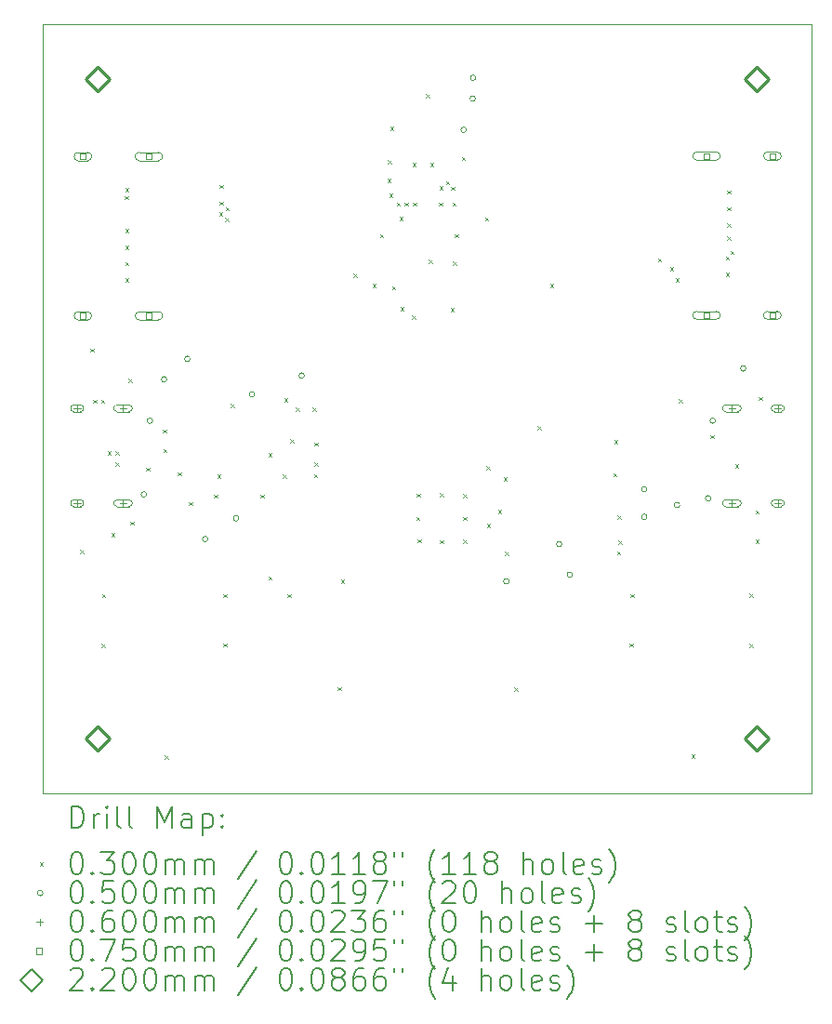
<source format=gbr>
%TF.GenerationSoftware,KiCad,Pcbnew,8.0.4*%
%TF.CreationDate,2024-09-02T22:21:59-07:00*%
%TF.ProjectId,HDMI Breakout,48444d49-2042-4726-9561-6b6f75742e6b,rev?*%
%TF.SameCoordinates,Original*%
%TF.FileFunction,Drillmap*%
%TF.FilePolarity,Positive*%
%FSLAX45Y45*%
G04 Gerber Fmt 4.5, Leading zero omitted, Abs format (unit mm)*
G04 Created by KiCad (PCBNEW 8.0.4) date 2024-09-02 22:21:59*
%MOMM*%
%LPD*%
G01*
G04 APERTURE LIST*
%ADD10C,0.050000*%
%ADD11C,0.200000*%
%ADD12C,0.100000*%
%ADD13C,0.220000*%
G04 APERTURE END LIST*
D10*
X5000000Y-5000000D02*
X12000000Y-5000000D01*
X12000000Y-12000000D01*
X5000000Y-12000000D01*
X5000000Y-5000000D01*
D11*
D12*
X5336000Y-9780000D02*
X5366000Y-9810000D01*
X5366000Y-9780000D02*
X5336000Y-9810000D01*
X5431000Y-7950000D02*
X5461000Y-7980000D01*
X5461000Y-7950000D02*
X5431000Y-7980000D01*
X5454500Y-8416000D02*
X5484500Y-8446000D01*
X5484500Y-8416000D02*
X5454500Y-8446000D01*
X5529500Y-8416000D02*
X5559500Y-8446000D01*
X5559500Y-8416000D02*
X5529500Y-8446000D01*
X5530000Y-10635000D02*
X5560000Y-10665000D01*
X5560000Y-10635000D02*
X5530000Y-10665000D01*
X5538000Y-10184000D02*
X5568000Y-10214000D01*
X5568000Y-10184000D02*
X5538000Y-10214000D01*
X5586000Y-8885000D02*
X5616000Y-8915000D01*
X5616000Y-8885000D02*
X5586000Y-8915000D01*
X5619000Y-9632000D02*
X5649000Y-9662000D01*
X5649000Y-9632000D02*
X5619000Y-9662000D01*
X5660000Y-8885000D02*
X5690000Y-8915000D01*
X5690000Y-8885000D02*
X5660000Y-8915000D01*
X5660000Y-8985000D02*
X5690000Y-9015000D01*
X5690000Y-8985000D02*
X5660000Y-9015000D01*
X5744000Y-6560000D02*
X5774000Y-6590000D01*
X5774000Y-6560000D02*
X5744000Y-6590000D01*
X5747000Y-6489000D02*
X5777000Y-6519000D01*
X5777000Y-6489000D02*
X5747000Y-6519000D01*
X5748000Y-6860000D02*
X5778000Y-6890000D01*
X5778000Y-6860000D02*
X5748000Y-6890000D01*
X5748000Y-7012000D02*
X5778000Y-7042000D01*
X5778000Y-7012000D02*
X5748000Y-7042000D01*
X5748000Y-7160000D02*
X5778000Y-7190000D01*
X5778000Y-7160000D02*
X5748000Y-7190000D01*
X5748000Y-7310000D02*
X5778000Y-7340000D01*
X5778000Y-7310000D02*
X5748000Y-7340000D01*
X5777000Y-8224000D02*
X5807000Y-8254000D01*
X5807000Y-8224000D02*
X5777000Y-8254000D01*
X5795000Y-9524000D02*
X5825000Y-9554000D01*
X5825000Y-9524000D02*
X5795000Y-9554000D01*
X5939000Y-9031000D02*
X5969000Y-9061000D01*
X5969000Y-9031000D02*
X5939000Y-9061000D01*
X6090000Y-8687000D02*
X6120000Y-8717000D01*
X6120000Y-8687000D02*
X6090000Y-8717000D01*
X6094000Y-8864000D02*
X6124000Y-8894000D01*
X6124000Y-8864000D02*
X6094000Y-8894000D01*
X6107000Y-11653000D02*
X6137000Y-11683000D01*
X6137000Y-11653000D02*
X6107000Y-11683000D01*
X6226000Y-9075000D02*
X6256000Y-9105000D01*
X6256000Y-9075000D02*
X6226000Y-9105000D01*
X6328000Y-9346000D02*
X6358000Y-9376000D01*
X6358000Y-9346000D02*
X6328000Y-9376000D01*
X6558000Y-9280000D02*
X6588000Y-9310000D01*
X6588000Y-9280000D02*
X6558000Y-9310000D01*
X6585000Y-9096000D02*
X6615000Y-9126000D01*
X6615000Y-9096000D02*
X6585000Y-9126000D01*
X6604000Y-6711000D02*
X6634000Y-6741000D01*
X6634000Y-6711000D02*
X6604000Y-6741000D01*
X6605000Y-6610000D02*
X6635000Y-6640000D01*
X6635000Y-6610000D02*
X6605000Y-6640000D01*
X6606000Y-6460000D02*
X6636000Y-6490000D01*
X6636000Y-6460000D02*
X6606000Y-6490000D01*
X6640000Y-10186000D02*
X6670000Y-10216000D01*
X6670000Y-10186000D02*
X6640000Y-10216000D01*
X6640000Y-10633000D02*
X6670000Y-10663000D01*
X6670000Y-10633000D02*
X6640000Y-10663000D01*
X6657000Y-6760000D02*
X6687000Y-6790000D01*
X6687000Y-6760000D02*
X6657000Y-6790000D01*
X6662000Y-6661000D02*
X6692000Y-6691000D01*
X6692000Y-6661000D02*
X6662000Y-6691000D01*
X6709000Y-8451000D02*
X6739000Y-8481000D01*
X6739000Y-8451000D02*
X6709000Y-8481000D01*
X6980000Y-9280000D02*
X7010000Y-9310000D01*
X7010000Y-9280000D02*
X6980000Y-9310000D01*
X7050000Y-8903000D02*
X7080000Y-8933000D01*
X7080000Y-8903000D02*
X7050000Y-8933000D01*
X7051000Y-10025000D02*
X7081000Y-10055000D01*
X7081000Y-10025000D02*
X7051000Y-10055000D01*
X7181000Y-9096000D02*
X7211000Y-9126000D01*
X7211000Y-9096000D02*
X7181000Y-9126000D01*
X7197000Y-8400000D02*
X7227000Y-8430000D01*
X7227000Y-8400000D02*
X7197000Y-8430000D01*
X7226000Y-10184000D02*
X7256000Y-10214000D01*
X7256000Y-10184000D02*
X7226000Y-10214000D01*
X7252000Y-8773000D02*
X7282000Y-8803000D01*
X7282000Y-8773000D02*
X7252000Y-8803000D01*
X7303000Y-8487000D02*
X7333000Y-8517000D01*
X7333000Y-8487000D02*
X7303000Y-8517000D01*
X7453000Y-8485000D02*
X7483000Y-8515000D01*
X7483000Y-8485000D02*
X7453000Y-8515000D01*
X7468000Y-9094000D02*
X7498000Y-9124000D01*
X7498000Y-9094000D02*
X7468000Y-9124000D01*
X7470000Y-8805000D02*
X7500000Y-8835000D01*
X7500000Y-8805000D02*
X7470000Y-8835000D01*
X7470000Y-8985000D02*
X7500000Y-9015000D01*
X7500000Y-8985000D02*
X7470000Y-9015000D01*
X7683000Y-11031000D02*
X7713000Y-11061000D01*
X7713000Y-11031000D02*
X7683000Y-11061000D01*
X7713000Y-10053000D02*
X7743000Y-10083000D01*
X7743000Y-10053000D02*
X7713000Y-10083000D01*
X7828000Y-7268000D02*
X7858000Y-7298000D01*
X7858000Y-7268000D02*
X7828000Y-7298000D01*
X8000000Y-7361000D02*
X8030000Y-7391000D01*
X8030000Y-7361000D02*
X8000000Y-7391000D01*
X8069000Y-6906000D02*
X8099000Y-6936000D01*
X8099000Y-6906000D02*
X8069000Y-6936000D01*
X8136000Y-6403000D02*
X8166000Y-6433000D01*
X8166000Y-6403000D02*
X8136000Y-6433000D01*
X8140000Y-6233000D02*
X8170000Y-6263000D01*
X8170000Y-6233000D02*
X8140000Y-6263000D01*
X8153000Y-6541000D02*
X8183000Y-6571000D01*
X8183000Y-6541000D02*
X8153000Y-6571000D01*
X8161000Y-5931000D02*
X8191000Y-5961000D01*
X8191000Y-5931000D02*
X8161000Y-5961000D01*
X8176000Y-7383000D02*
X8206000Y-7413000D01*
X8206000Y-7383000D02*
X8176000Y-7413000D01*
X8221000Y-6618000D02*
X8251000Y-6648000D01*
X8251000Y-6618000D02*
X8221000Y-6648000D01*
X8247000Y-6753000D02*
X8277000Y-6783000D01*
X8277000Y-6753000D02*
X8247000Y-6783000D01*
X8254200Y-7572000D02*
X8284200Y-7602000D01*
X8284200Y-7572000D02*
X8254200Y-7602000D01*
X8294000Y-6619000D02*
X8324000Y-6649000D01*
X8324000Y-6619000D02*
X8294000Y-6649000D01*
X8360000Y-7649000D02*
X8390000Y-7679000D01*
X8390000Y-7649000D02*
X8360000Y-7679000D01*
X8364000Y-6259000D02*
X8394000Y-6289000D01*
X8394000Y-6259000D02*
X8364000Y-6289000D01*
X8367000Y-6620000D02*
X8397000Y-6650000D01*
X8397000Y-6620000D02*
X8367000Y-6650000D01*
X8397000Y-9481000D02*
X8427000Y-9511000D01*
X8427000Y-9481000D02*
X8397000Y-9511000D01*
X8404000Y-9269000D02*
X8434000Y-9299000D01*
X8434000Y-9269000D02*
X8404000Y-9299000D01*
X8411000Y-9683000D02*
X8441000Y-9713000D01*
X8441000Y-9683000D02*
X8411000Y-9713000D01*
X8486000Y-5635000D02*
X8516000Y-5665000D01*
X8516000Y-5635000D02*
X8486000Y-5665000D01*
X8510000Y-7141000D02*
X8540000Y-7171000D01*
X8540000Y-7141000D02*
X8510000Y-7171000D01*
X8524000Y-6258000D02*
X8554000Y-6288000D01*
X8554000Y-6258000D02*
X8524000Y-6288000D01*
X8607000Y-6618000D02*
X8637000Y-6648000D01*
X8637000Y-6618000D02*
X8607000Y-6648000D01*
X8610000Y-6472000D02*
X8640000Y-6502000D01*
X8640000Y-6472000D02*
X8610000Y-6502000D01*
X8615000Y-9265000D02*
X8645000Y-9295000D01*
X8645000Y-9265000D02*
X8615000Y-9295000D01*
X8615000Y-9692000D02*
X8645000Y-9722000D01*
X8645000Y-9692000D02*
X8615000Y-9722000D01*
X8670000Y-6426000D02*
X8700000Y-6456000D01*
X8700000Y-6426000D02*
X8670000Y-6456000D01*
X8713000Y-7581000D02*
X8743000Y-7611000D01*
X8743000Y-7581000D02*
X8713000Y-7611000D01*
X8714000Y-6474000D02*
X8744000Y-6504000D01*
X8744000Y-6474000D02*
X8714000Y-6504000D01*
X8729000Y-6619000D02*
X8759000Y-6649000D01*
X8759000Y-6619000D02*
X8729000Y-6649000D01*
X8734000Y-7157000D02*
X8764000Y-7187000D01*
X8764000Y-7157000D02*
X8734000Y-7187000D01*
X8750000Y-6906000D02*
X8780000Y-6936000D01*
X8780000Y-6906000D02*
X8750000Y-6936000D01*
X8813000Y-6205000D02*
X8843000Y-6235000D01*
X8843000Y-6205000D02*
X8813000Y-6235000D01*
X8824000Y-9272000D02*
X8854000Y-9302000D01*
X8854000Y-9272000D02*
X8824000Y-9302000D01*
X8824000Y-9687000D02*
X8854000Y-9717000D01*
X8854000Y-9687000D02*
X8824000Y-9717000D01*
X8827000Y-9481000D02*
X8857000Y-9511000D01*
X8857000Y-9481000D02*
X8827000Y-9511000D01*
X9024000Y-6756000D02*
X9054000Y-6786000D01*
X9054000Y-6756000D02*
X9024000Y-6786000D01*
X9036000Y-9021594D02*
X9066000Y-9051594D01*
X9066000Y-9021594D02*
X9036000Y-9051594D01*
X9040000Y-9543000D02*
X9070000Y-9573000D01*
X9070000Y-9543000D02*
X9040000Y-9573000D01*
X9143000Y-9417000D02*
X9173000Y-9447000D01*
X9173000Y-9417000D02*
X9143000Y-9447000D01*
X9194000Y-9122000D02*
X9224000Y-9152000D01*
X9224000Y-9122000D02*
X9194000Y-9152000D01*
X9208000Y-9798000D02*
X9238000Y-9828000D01*
X9238000Y-9798000D02*
X9208000Y-9828000D01*
X9293000Y-11034000D02*
X9323000Y-11064000D01*
X9323000Y-11034000D02*
X9293000Y-11064000D01*
X9503000Y-8658000D02*
X9533000Y-8688000D01*
X9533000Y-8658000D02*
X9503000Y-8688000D01*
X9616000Y-7360000D02*
X9646000Y-7390000D01*
X9646000Y-7360000D02*
X9616000Y-7390000D01*
X10194000Y-9083000D02*
X10224000Y-9113000D01*
X10224000Y-9083000D02*
X10194000Y-9113000D01*
X10201000Y-8783000D02*
X10231000Y-8813000D01*
X10231000Y-8783000D02*
X10201000Y-8813000D01*
X10226000Y-9795000D02*
X10256000Y-9825000D01*
X10256000Y-9795000D02*
X10226000Y-9825000D01*
X10231000Y-9471000D02*
X10261000Y-9501000D01*
X10261000Y-9471000D02*
X10231000Y-9501000D01*
X10239000Y-9697000D02*
X10269000Y-9727000D01*
X10269000Y-9697000D02*
X10239000Y-9727000D01*
X10343000Y-10633000D02*
X10373000Y-10663000D01*
X10373000Y-10633000D02*
X10343000Y-10663000D01*
X10349000Y-10186000D02*
X10379000Y-10216000D01*
X10379000Y-10186000D02*
X10349000Y-10216000D01*
X10599000Y-7129000D02*
X10629000Y-7159000D01*
X10629000Y-7129000D02*
X10599000Y-7159000D01*
X10708000Y-7210000D02*
X10738000Y-7240000D01*
X10738000Y-7210000D02*
X10708000Y-7240000D01*
X10760000Y-7310000D02*
X10790000Y-7340000D01*
X10790000Y-7310000D02*
X10760000Y-7340000D01*
X10790000Y-8410000D02*
X10820000Y-8440000D01*
X10820000Y-8410000D02*
X10790000Y-8440000D01*
X10905000Y-11644000D02*
X10935000Y-11674000D01*
X10935000Y-11644000D02*
X10905000Y-11674000D01*
X11079000Y-8735000D02*
X11109000Y-8765000D01*
X11109000Y-8735000D02*
X11079000Y-8765000D01*
X11216000Y-7260000D02*
X11246000Y-7290000D01*
X11246000Y-7260000D02*
X11216000Y-7290000D01*
X11217000Y-7109000D02*
X11247000Y-7139000D01*
X11247000Y-7109000D02*
X11217000Y-7139000D01*
X11229000Y-6511000D02*
X11259000Y-6541000D01*
X11259000Y-6511000D02*
X11229000Y-6541000D01*
X11229000Y-6661000D02*
X11259000Y-6691000D01*
X11259000Y-6661000D02*
X11229000Y-6691000D01*
X11230000Y-6810000D02*
X11260000Y-6840000D01*
X11260000Y-6810000D02*
X11230000Y-6840000D01*
X11230000Y-6930000D02*
X11260000Y-6960000D01*
X11260000Y-6930000D02*
X11230000Y-6960000D01*
X11260000Y-7059000D02*
X11290000Y-7089000D01*
X11290000Y-7059000D02*
X11260000Y-7089000D01*
X11302000Y-9004000D02*
X11332000Y-9034000D01*
X11332000Y-9004000D02*
X11302000Y-9034000D01*
X11432000Y-10182000D02*
X11462000Y-10212000D01*
X11462000Y-10182000D02*
X11432000Y-10212000D01*
X11432000Y-10636000D02*
X11462000Y-10666000D01*
X11462000Y-10636000D02*
X11432000Y-10666000D01*
X11488000Y-9421000D02*
X11518000Y-9451000D01*
X11518000Y-9421000D02*
X11488000Y-9451000D01*
X11489000Y-9691000D02*
X11519000Y-9721000D01*
X11519000Y-9691000D02*
X11489000Y-9721000D01*
X11518000Y-8389000D02*
X11548000Y-8419000D01*
X11548000Y-8389000D02*
X11518000Y-8419000D01*
X5943000Y-9277000D02*
G75*
G02*
X5893000Y-9277000I-25000J0D01*
G01*
X5893000Y-9277000D02*
G75*
G02*
X5943000Y-9277000I25000J0D01*
G01*
X5996000Y-8607000D02*
G75*
G02*
X5946000Y-8607000I-25000J0D01*
G01*
X5946000Y-8607000D02*
G75*
G02*
X5996000Y-8607000I25000J0D01*
G01*
X6126000Y-8229000D02*
G75*
G02*
X6076000Y-8229000I-25000J0D01*
G01*
X6076000Y-8229000D02*
G75*
G02*
X6126000Y-8229000I25000J0D01*
G01*
X6339000Y-8043000D02*
G75*
G02*
X6289000Y-8043000I-25000J0D01*
G01*
X6289000Y-8043000D02*
G75*
G02*
X6339000Y-8043000I25000J0D01*
G01*
X6501000Y-9684000D02*
G75*
G02*
X6451000Y-9684000I-25000J0D01*
G01*
X6451000Y-9684000D02*
G75*
G02*
X6501000Y-9684000I25000J0D01*
G01*
X6782000Y-9495000D02*
G75*
G02*
X6732000Y-9495000I-25000J0D01*
G01*
X6732000Y-9495000D02*
G75*
G02*
X6782000Y-9495000I25000J0D01*
G01*
X6926000Y-8366000D02*
G75*
G02*
X6876000Y-8366000I-25000J0D01*
G01*
X6876000Y-8366000D02*
G75*
G02*
X6926000Y-8366000I25000J0D01*
G01*
X7379000Y-8195000D02*
G75*
G02*
X7329000Y-8195000I-25000J0D01*
G01*
X7329000Y-8195000D02*
G75*
G02*
X7379000Y-8195000I25000J0D01*
G01*
X8854000Y-5958000D02*
G75*
G02*
X8804000Y-5958000I-25000J0D01*
G01*
X8804000Y-5958000D02*
G75*
G02*
X8854000Y-5958000I25000J0D01*
G01*
X8936000Y-5674000D02*
G75*
G02*
X8886000Y-5674000I-25000J0D01*
G01*
X8886000Y-5674000D02*
G75*
G02*
X8936000Y-5674000I25000J0D01*
G01*
X8941000Y-5484000D02*
G75*
G02*
X8891000Y-5484000I-25000J0D01*
G01*
X8891000Y-5484000D02*
G75*
G02*
X8941000Y-5484000I25000J0D01*
G01*
X9244000Y-10068000D02*
G75*
G02*
X9194000Y-10068000I-25000J0D01*
G01*
X9194000Y-10068000D02*
G75*
G02*
X9244000Y-10068000I25000J0D01*
G01*
X9726000Y-9730000D02*
G75*
G02*
X9676000Y-9730000I-25000J0D01*
G01*
X9676000Y-9730000D02*
G75*
G02*
X9726000Y-9730000I25000J0D01*
G01*
X9821000Y-10008000D02*
G75*
G02*
X9771000Y-10008000I-25000J0D01*
G01*
X9771000Y-10008000D02*
G75*
G02*
X9821000Y-10008000I25000J0D01*
G01*
X10499000Y-9230000D02*
G75*
G02*
X10449000Y-9230000I-25000J0D01*
G01*
X10449000Y-9230000D02*
G75*
G02*
X10499000Y-9230000I25000J0D01*
G01*
X10500000Y-9481000D02*
G75*
G02*
X10450000Y-9481000I-25000J0D01*
G01*
X10450000Y-9481000D02*
G75*
G02*
X10500000Y-9481000I25000J0D01*
G01*
X10798000Y-9374000D02*
G75*
G02*
X10748000Y-9374000I-25000J0D01*
G01*
X10748000Y-9374000D02*
G75*
G02*
X10798000Y-9374000I25000J0D01*
G01*
X11082000Y-9313000D02*
G75*
G02*
X11032000Y-9313000I-25000J0D01*
G01*
X11032000Y-9313000D02*
G75*
G02*
X11082000Y-9313000I25000J0D01*
G01*
X11123000Y-8606000D02*
G75*
G02*
X11073000Y-8606000I-25000J0D01*
G01*
X11073000Y-8606000D02*
G75*
G02*
X11123000Y-8606000I25000J0D01*
G01*
X11402000Y-8130000D02*
G75*
G02*
X11352000Y-8130000I-25000J0D01*
G01*
X11352000Y-8130000D02*
G75*
G02*
X11402000Y-8130000I25000J0D01*
G01*
X5310000Y-8463000D02*
X5310000Y-8523000D01*
X5280000Y-8493000D02*
X5340000Y-8493000D01*
X5340000Y-8463000D02*
X5280000Y-8463000D01*
X5280000Y-8523000D02*
G75*
G02*
X5280000Y-8463000I0J30000D01*
G01*
X5280000Y-8523000D02*
X5340000Y-8523000D01*
X5340000Y-8523000D02*
G75*
G03*
X5340000Y-8463000I0J30000D01*
G01*
X5310000Y-9327000D02*
X5310000Y-9387000D01*
X5280000Y-9357000D02*
X5340000Y-9357000D01*
X5340000Y-9327000D02*
X5280000Y-9327000D01*
X5280000Y-9387000D02*
G75*
G02*
X5280000Y-9327000I0J30000D01*
G01*
X5280000Y-9387000D02*
X5340000Y-9387000D01*
X5340000Y-9387000D02*
G75*
G03*
X5340000Y-9327000I0J30000D01*
G01*
X5728000Y-8463000D02*
X5728000Y-8523000D01*
X5698000Y-8493000D02*
X5758000Y-8493000D01*
X5783000Y-8463000D02*
X5673000Y-8463000D01*
X5673000Y-8523000D02*
G75*
G02*
X5673000Y-8463000I0J30000D01*
G01*
X5673000Y-8523000D02*
X5783000Y-8523000D01*
X5783000Y-8523000D02*
G75*
G03*
X5783000Y-8463000I0J30000D01*
G01*
X5728000Y-9327000D02*
X5728000Y-9387000D01*
X5698000Y-9357000D02*
X5758000Y-9357000D01*
X5783000Y-9327000D02*
X5673000Y-9327000D01*
X5673000Y-9387000D02*
G75*
G02*
X5673000Y-9327000I0J30000D01*
G01*
X5673000Y-9387000D02*
X5783000Y-9387000D01*
X5783000Y-9387000D02*
G75*
G03*
X5783000Y-9327000I0J30000D01*
G01*
X11272000Y-8463000D02*
X11272000Y-8523000D01*
X11242000Y-8493000D02*
X11302000Y-8493000D01*
X11217000Y-8523000D02*
X11327000Y-8523000D01*
X11327000Y-8463000D02*
G75*
G02*
X11327000Y-8523000I0J-30000D01*
G01*
X11327000Y-8463000D02*
X11217000Y-8463000D01*
X11217000Y-8463000D02*
G75*
G03*
X11217000Y-8523000I0J-30000D01*
G01*
X11272000Y-9327000D02*
X11272000Y-9387000D01*
X11242000Y-9357000D02*
X11302000Y-9357000D01*
X11217000Y-9387000D02*
X11327000Y-9387000D01*
X11327000Y-9327000D02*
G75*
G02*
X11327000Y-9387000I0J-30000D01*
G01*
X11327000Y-9327000D02*
X11217000Y-9327000D01*
X11217000Y-9327000D02*
G75*
G03*
X11217000Y-9387000I0J-30000D01*
G01*
X11690000Y-8463000D02*
X11690000Y-8523000D01*
X11660000Y-8493000D02*
X11720000Y-8493000D01*
X11660000Y-8523000D02*
X11720000Y-8523000D01*
X11720000Y-8463000D02*
G75*
G02*
X11720000Y-8523000I0J-30000D01*
G01*
X11720000Y-8463000D02*
X11660000Y-8463000D01*
X11660000Y-8463000D02*
G75*
G03*
X11660000Y-8523000I0J-30000D01*
G01*
X11690000Y-9327000D02*
X11690000Y-9387000D01*
X11660000Y-9357000D02*
X11720000Y-9357000D01*
X11660000Y-9387000D02*
X11720000Y-9387000D01*
X11720000Y-9327000D02*
G75*
G02*
X11720000Y-9387000I0J-30000D01*
G01*
X11720000Y-9327000D02*
X11660000Y-9327000D01*
X11660000Y-9327000D02*
G75*
G03*
X11660000Y-9387000I0J-30000D01*
G01*
X5389013Y-6227787D02*
X5389013Y-6174753D01*
X5335979Y-6174753D01*
X5335979Y-6227787D01*
X5389013Y-6227787D01*
X5404996Y-6163770D02*
X5319996Y-6163770D01*
X5319996Y-6238770D02*
G75*
G02*
X5319996Y-6163770I0J37500D01*
G01*
X5319996Y-6238770D02*
X5404996Y-6238770D01*
X5404996Y-6238770D02*
G75*
G03*
X5404996Y-6163770I0J37500D01*
G01*
X5389013Y-7677787D02*
X5389013Y-7624753D01*
X5335979Y-7624753D01*
X5335979Y-7677787D01*
X5389013Y-7677787D01*
X5404996Y-7613770D02*
X5319996Y-7613770D01*
X5319996Y-7688770D02*
G75*
G02*
X5319996Y-7613770I0J37500D01*
G01*
X5319996Y-7688770D02*
X5404996Y-7688770D01*
X5404996Y-7688770D02*
G75*
G03*
X5404996Y-7613770I0J37500D01*
G01*
X5989013Y-6227787D02*
X5989013Y-6174753D01*
X5935979Y-6174753D01*
X5935979Y-6227787D01*
X5989013Y-6227787D01*
X6049996Y-6163770D02*
X5874996Y-6163770D01*
X5874996Y-6238770D02*
G75*
G02*
X5874996Y-6163770I0J37500D01*
G01*
X5874996Y-6238770D02*
X6049996Y-6238770D01*
X6049996Y-6238770D02*
G75*
G03*
X6049996Y-6163770I0J37500D01*
G01*
X5989013Y-7677787D02*
X5989013Y-7624753D01*
X5935979Y-7624753D01*
X5935979Y-7677787D01*
X5989013Y-7677787D01*
X6049996Y-7613770D02*
X5874996Y-7613770D01*
X5874996Y-7688770D02*
G75*
G02*
X5874996Y-7613770I0J37500D01*
G01*
X5874996Y-7688770D02*
X6049996Y-7688770D01*
X6049996Y-7688770D02*
G75*
G03*
X6049996Y-7613770I0J37500D01*
G01*
X11068021Y-6223247D02*
X11068021Y-6170213D01*
X11014987Y-6170213D01*
X11014987Y-6223247D01*
X11068021Y-6223247D01*
X10954004Y-6234230D02*
X11129004Y-6234230D01*
X11129004Y-6159230D02*
G75*
G02*
X11129004Y-6234230I0J-37500D01*
G01*
X11129004Y-6159230D02*
X10954004Y-6159230D01*
X10954004Y-6159230D02*
G75*
G03*
X10954004Y-6234230I0J-37500D01*
G01*
X11068021Y-7673247D02*
X11068021Y-7620213D01*
X11014987Y-7620213D01*
X11014987Y-7673247D01*
X11068021Y-7673247D01*
X10954004Y-7684230D02*
X11129004Y-7684230D01*
X11129004Y-7609230D02*
G75*
G02*
X11129004Y-7684230I0J-37500D01*
G01*
X11129004Y-7609230D02*
X10954004Y-7609230D01*
X10954004Y-7609230D02*
G75*
G03*
X10954004Y-7684230I0J-37500D01*
G01*
X11668021Y-6223247D02*
X11668021Y-6170213D01*
X11614987Y-6170213D01*
X11614987Y-6223247D01*
X11668021Y-6223247D01*
X11599004Y-6234230D02*
X11684004Y-6234230D01*
X11684004Y-6159230D02*
G75*
G02*
X11684004Y-6234230I0J-37500D01*
G01*
X11684004Y-6159230D02*
X11599004Y-6159230D01*
X11599004Y-6159230D02*
G75*
G03*
X11599004Y-6234230I0J-37500D01*
G01*
X11668021Y-7673247D02*
X11668021Y-7620213D01*
X11614987Y-7620213D01*
X11614987Y-7673247D01*
X11668021Y-7673247D01*
X11599004Y-7684230D02*
X11684004Y-7684230D01*
X11684004Y-7609230D02*
G75*
G02*
X11684004Y-7684230I0J-37500D01*
G01*
X11684004Y-7609230D02*
X11599004Y-7609230D01*
X11599004Y-7609230D02*
G75*
G03*
X11599004Y-7684230I0J-37500D01*
G01*
D13*
X5500000Y-5610000D02*
X5610000Y-5500000D01*
X5500000Y-5390000D01*
X5390000Y-5500000D01*
X5500000Y-5610000D01*
X5500000Y-11610000D02*
X5610000Y-11500000D01*
X5500000Y-11390000D01*
X5390000Y-11500000D01*
X5500000Y-11610000D01*
X11500000Y-5610000D02*
X11610000Y-5500000D01*
X11500000Y-5390000D01*
X11390000Y-5500000D01*
X11500000Y-5610000D01*
X11500000Y-11610000D02*
X11610000Y-11500000D01*
X11500000Y-11390000D01*
X11390000Y-11500000D01*
X11500000Y-11610000D01*
D11*
X5258277Y-12313984D02*
X5258277Y-12113984D01*
X5258277Y-12113984D02*
X5305896Y-12113984D01*
X5305896Y-12113984D02*
X5334467Y-12123508D01*
X5334467Y-12123508D02*
X5353515Y-12142555D01*
X5353515Y-12142555D02*
X5363039Y-12161603D01*
X5363039Y-12161603D02*
X5372563Y-12199698D01*
X5372563Y-12199698D02*
X5372563Y-12228269D01*
X5372563Y-12228269D02*
X5363039Y-12266365D01*
X5363039Y-12266365D02*
X5353515Y-12285412D01*
X5353515Y-12285412D02*
X5334467Y-12304460D01*
X5334467Y-12304460D02*
X5305896Y-12313984D01*
X5305896Y-12313984D02*
X5258277Y-12313984D01*
X5458277Y-12313984D02*
X5458277Y-12180650D01*
X5458277Y-12218746D02*
X5467801Y-12199698D01*
X5467801Y-12199698D02*
X5477324Y-12190174D01*
X5477324Y-12190174D02*
X5496372Y-12180650D01*
X5496372Y-12180650D02*
X5515420Y-12180650D01*
X5582086Y-12313984D02*
X5582086Y-12180650D01*
X5582086Y-12113984D02*
X5572563Y-12123508D01*
X5572563Y-12123508D02*
X5582086Y-12133031D01*
X5582086Y-12133031D02*
X5591610Y-12123508D01*
X5591610Y-12123508D02*
X5582086Y-12113984D01*
X5582086Y-12113984D02*
X5582086Y-12133031D01*
X5705896Y-12313984D02*
X5686848Y-12304460D01*
X5686848Y-12304460D02*
X5677324Y-12285412D01*
X5677324Y-12285412D02*
X5677324Y-12113984D01*
X5810658Y-12313984D02*
X5791610Y-12304460D01*
X5791610Y-12304460D02*
X5782086Y-12285412D01*
X5782086Y-12285412D02*
X5782086Y-12113984D01*
X6039229Y-12313984D02*
X6039229Y-12113984D01*
X6039229Y-12113984D02*
X6105896Y-12256841D01*
X6105896Y-12256841D02*
X6172562Y-12113984D01*
X6172562Y-12113984D02*
X6172562Y-12313984D01*
X6353515Y-12313984D02*
X6353515Y-12209222D01*
X6353515Y-12209222D02*
X6343991Y-12190174D01*
X6343991Y-12190174D02*
X6324943Y-12180650D01*
X6324943Y-12180650D02*
X6286848Y-12180650D01*
X6286848Y-12180650D02*
X6267801Y-12190174D01*
X6353515Y-12304460D02*
X6334467Y-12313984D01*
X6334467Y-12313984D02*
X6286848Y-12313984D01*
X6286848Y-12313984D02*
X6267801Y-12304460D01*
X6267801Y-12304460D02*
X6258277Y-12285412D01*
X6258277Y-12285412D02*
X6258277Y-12266365D01*
X6258277Y-12266365D02*
X6267801Y-12247317D01*
X6267801Y-12247317D02*
X6286848Y-12237793D01*
X6286848Y-12237793D02*
X6334467Y-12237793D01*
X6334467Y-12237793D02*
X6353515Y-12228269D01*
X6448753Y-12180650D02*
X6448753Y-12380650D01*
X6448753Y-12190174D02*
X6467801Y-12180650D01*
X6467801Y-12180650D02*
X6505896Y-12180650D01*
X6505896Y-12180650D02*
X6524943Y-12190174D01*
X6524943Y-12190174D02*
X6534467Y-12199698D01*
X6534467Y-12199698D02*
X6543991Y-12218746D01*
X6543991Y-12218746D02*
X6543991Y-12275888D01*
X6543991Y-12275888D02*
X6534467Y-12294936D01*
X6534467Y-12294936D02*
X6524943Y-12304460D01*
X6524943Y-12304460D02*
X6505896Y-12313984D01*
X6505896Y-12313984D02*
X6467801Y-12313984D01*
X6467801Y-12313984D02*
X6448753Y-12304460D01*
X6629705Y-12294936D02*
X6639229Y-12304460D01*
X6639229Y-12304460D02*
X6629705Y-12313984D01*
X6629705Y-12313984D02*
X6620182Y-12304460D01*
X6620182Y-12304460D02*
X6629705Y-12294936D01*
X6629705Y-12294936D02*
X6629705Y-12313984D01*
X6629705Y-12190174D02*
X6639229Y-12199698D01*
X6639229Y-12199698D02*
X6629705Y-12209222D01*
X6629705Y-12209222D02*
X6620182Y-12199698D01*
X6620182Y-12199698D02*
X6629705Y-12190174D01*
X6629705Y-12190174D02*
X6629705Y-12209222D01*
D12*
X4967500Y-12627500D02*
X4997500Y-12657500D01*
X4997500Y-12627500D02*
X4967500Y-12657500D01*
D11*
X5296372Y-12533984D02*
X5315420Y-12533984D01*
X5315420Y-12533984D02*
X5334467Y-12543508D01*
X5334467Y-12543508D02*
X5343991Y-12553031D01*
X5343991Y-12553031D02*
X5353515Y-12572079D01*
X5353515Y-12572079D02*
X5363039Y-12610174D01*
X5363039Y-12610174D02*
X5363039Y-12657793D01*
X5363039Y-12657793D02*
X5353515Y-12695888D01*
X5353515Y-12695888D02*
X5343991Y-12714936D01*
X5343991Y-12714936D02*
X5334467Y-12724460D01*
X5334467Y-12724460D02*
X5315420Y-12733984D01*
X5315420Y-12733984D02*
X5296372Y-12733984D01*
X5296372Y-12733984D02*
X5277324Y-12724460D01*
X5277324Y-12724460D02*
X5267801Y-12714936D01*
X5267801Y-12714936D02*
X5258277Y-12695888D01*
X5258277Y-12695888D02*
X5248753Y-12657793D01*
X5248753Y-12657793D02*
X5248753Y-12610174D01*
X5248753Y-12610174D02*
X5258277Y-12572079D01*
X5258277Y-12572079D02*
X5267801Y-12553031D01*
X5267801Y-12553031D02*
X5277324Y-12543508D01*
X5277324Y-12543508D02*
X5296372Y-12533984D01*
X5448753Y-12714936D02*
X5458277Y-12724460D01*
X5458277Y-12724460D02*
X5448753Y-12733984D01*
X5448753Y-12733984D02*
X5439229Y-12724460D01*
X5439229Y-12724460D02*
X5448753Y-12714936D01*
X5448753Y-12714936D02*
X5448753Y-12733984D01*
X5524944Y-12533984D02*
X5648753Y-12533984D01*
X5648753Y-12533984D02*
X5582086Y-12610174D01*
X5582086Y-12610174D02*
X5610658Y-12610174D01*
X5610658Y-12610174D02*
X5629705Y-12619698D01*
X5629705Y-12619698D02*
X5639229Y-12629222D01*
X5639229Y-12629222D02*
X5648753Y-12648269D01*
X5648753Y-12648269D02*
X5648753Y-12695888D01*
X5648753Y-12695888D02*
X5639229Y-12714936D01*
X5639229Y-12714936D02*
X5629705Y-12724460D01*
X5629705Y-12724460D02*
X5610658Y-12733984D01*
X5610658Y-12733984D02*
X5553515Y-12733984D01*
X5553515Y-12733984D02*
X5534467Y-12724460D01*
X5534467Y-12724460D02*
X5524944Y-12714936D01*
X5772562Y-12533984D02*
X5791610Y-12533984D01*
X5791610Y-12533984D02*
X5810658Y-12543508D01*
X5810658Y-12543508D02*
X5820182Y-12553031D01*
X5820182Y-12553031D02*
X5829705Y-12572079D01*
X5829705Y-12572079D02*
X5839229Y-12610174D01*
X5839229Y-12610174D02*
X5839229Y-12657793D01*
X5839229Y-12657793D02*
X5829705Y-12695888D01*
X5829705Y-12695888D02*
X5820182Y-12714936D01*
X5820182Y-12714936D02*
X5810658Y-12724460D01*
X5810658Y-12724460D02*
X5791610Y-12733984D01*
X5791610Y-12733984D02*
X5772562Y-12733984D01*
X5772562Y-12733984D02*
X5753515Y-12724460D01*
X5753515Y-12724460D02*
X5743991Y-12714936D01*
X5743991Y-12714936D02*
X5734467Y-12695888D01*
X5734467Y-12695888D02*
X5724943Y-12657793D01*
X5724943Y-12657793D02*
X5724943Y-12610174D01*
X5724943Y-12610174D02*
X5734467Y-12572079D01*
X5734467Y-12572079D02*
X5743991Y-12553031D01*
X5743991Y-12553031D02*
X5753515Y-12543508D01*
X5753515Y-12543508D02*
X5772562Y-12533984D01*
X5963039Y-12533984D02*
X5982086Y-12533984D01*
X5982086Y-12533984D02*
X6001134Y-12543508D01*
X6001134Y-12543508D02*
X6010658Y-12553031D01*
X6010658Y-12553031D02*
X6020182Y-12572079D01*
X6020182Y-12572079D02*
X6029705Y-12610174D01*
X6029705Y-12610174D02*
X6029705Y-12657793D01*
X6029705Y-12657793D02*
X6020182Y-12695888D01*
X6020182Y-12695888D02*
X6010658Y-12714936D01*
X6010658Y-12714936D02*
X6001134Y-12724460D01*
X6001134Y-12724460D02*
X5982086Y-12733984D01*
X5982086Y-12733984D02*
X5963039Y-12733984D01*
X5963039Y-12733984D02*
X5943991Y-12724460D01*
X5943991Y-12724460D02*
X5934467Y-12714936D01*
X5934467Y-12714936D02*
X5924943Y-12695888D01*
X5924943Y-12695888D02*
X5915420Y-12657793D01*
X5915420Y-12657793D02*
X5915420Y-12610174D01*
X5915420Y-12610174D02*
X5924943Y-12572079D01*
X5924943Y-12572079D02*
X5934467Y-12553031D01*
X5934467Y-12553031D02*
X5943991Y-12543508D01*
X5943991Y-12543508D02*
X5963039Y-12533984D01*
X6115420Y-12733984D02*
X6115420Y-12600650D01*
X6115420Y-12619698D02*
X6124943Y-12610174D01*
X6124943Y-12610174D02*
X6143991Y-12600650D01*
X6143991Y-12600650D02*
X6172563Y-12600650D01*
X6172563Y-12600650D02*
X6191610Y-12610174D01*
X6191610Y-12610174D02*
X6201134Y-12629222D01*
X6201134Y-12629222D02*
X6201134Y-12733984D01*
X6201134Y-12629222D02*
X6210658Y-12610174D01*
X6210658Y-12610174D02*
X6229705Y-12600650D01*
X6229705Y-12600650D02*
X6258277Y-12600650D01*
X6258277Y-12600650D02*
X6277324Y-12610174D01*
X6277324Y-12610174D02*
X6286848Y-12629222D01*
X6286848Y-12629222D02*
X6286848Y-12733984D01*
X6382086Y-12733984D02*
X6382086Y-12600650D01*
X6382086Y-12619698D02*
X6391610Y-12610174D01*
X6391610Y-12610174D02*
X6410658Y-12600650D01*
X6410658Y-12600650D02*
X6439229Y-12600650D01*
X6439229Y-12600650D02*
X6458277Y-12610174D01*
X6458277Y-12610174D02*
X6467801Y-12629222D01*
X6467801Y-12629222D02*
X6467801Y-12733984D01*
X6467801Y-12629222D02*
X6477324Y-12610174D01*
X6477324Y-12610174D02*
X6496372Y-12600650D01*
X6496372Y-12600650D02*
X6524943Y-12600650D01*
X6524943Y-12600650D02*
X6543991Y-12610174D01*
X6543991Y-12610174D02*
X6553515Y-12629222D01*
X6553515Y-12629222D02*
X6553515Y-12733984D01*
X6943991Y-12524460D02*
X6772563Y-12781603D01*
X7201134Y-12533984D02*
X7220182Y-12533984D01*
X7220182Y-12533984D02*
X7239229Y-12543508D01*
X7239229Y-12543508D02*
X7248753Y-12553031D01*
X7248753Y-12553031D02*
X7258277Y-12572079D01*
X7258277Y-12572079D02*
X7267801Y-12610174D01*
X7267801Y-12610174D02*
X7267801Y-12657793D01*
X7267801Y-12657793D02*
X7258277Y-12695888D01*
X7258277Y-12695888D02*
X7248753Y-12714936D01*
X7248753Y-12714936D02*
X7239229Y-12724460D01*
X7239229Y-12724460D02*
X7220182Y-12733984D01*
X7220182Y-12733984D02*
X7201134Y-12733984D01*
X7201134Y-12733984D02*
X7182086Y-12724460D01*
X7182086Y-12724460D02*
X7172563Y-12714936D01*
X7172563Y-12714936D02*
X7163039Y-12695888D01*
X7163039Y-12695888D02*
X7153515Y-12657793D01*
X7153515Y-12657793D02*
X7153515Y-12610174D01*
X7153515Y-12610174D02*
X7163039Y-12572079D01*
X7163039Y-12572079D02*
X7172563Y-12553031D01*
X7172563Y-12553031D02*
X7182086Y-12543508D01*
X7182086Y-12543508D02*
X7201134Y-12533984D01*
X7353515Y-12714936D02*
X7363039Y-12724460D01*
X7363039Y-12724460D02*
X7353515Y-12733984D01*
X7353515Y-12733984D02*
X7343991Y-12724460D01*
X7343991Y-12724460D02*
X7353515Y-12714936D01*
X7353515Y-12714936D02*
X7353515Y-12733984D01*
X7486848Y-12533984D02*
X7505896Y-12533984D01*
X7505896Y-12533984D02*
X7524944Y-12543508D01*
X7524944Y-12543508D02*
X7534467Y-12553031D01*
X7534467Y-12553031D02*
X7543991Y-12572079D01*
X7543991Y-12572079D02*
X7553515Y-12610174D01*
X7553515Y-12610174D02*
X7553515Y-12657793D01*
X7553515Y-12657793D02*
X7543991Y-12695888D01*
X7543991Y-12695888D02*
X7534467Y-12714936D01*
X7534467Y-12714936D02*
X7524944Y-12724460D01*
X7524944Y-12724460D02*
X7505896Y-12733984D01*
X7505896Y-12733984D02*
X7486848Y-12733984D01*
X7486848Y-12733984D02*
X7467801Y-12724460D01*
X7467801Y-12724460D02*
X7458277Y-12714936D01*
X7458277Y-12714936D02*
X7448753Y-12695888D01*
X7448753Y-12695888D02*
X7439229Y-12657793D01*
X7439229Y-12657793D02*
X7439229Y-12610174D01*
X7439229Y-12610174D02*
X7448753Y-12572079D01*
X7448753Y-12572079D02*
X7458277Y-12553031D01*
X7458277Y-12553031D02*
X7467801Y-12543508D01*
X7467801Y-12543508D02*
X7486848Y-12533984D01*
X7743991Y-12733984D02*
X7629706Y-12733984D01*
X7686848Y-12733984D02*
X7686848Y-12533984D01*
X7686848Y-12533984D02*
X7667801Y-12562555D01*
X7667801Y-12562555D02*
X7648753Y-12581603D01*
X7648753Y-12581603D02*
X7629706Y-12591127D01*
X7934467Y-12733984D02*
X7820182Y-12733984D01*
X7877325Y-12733984D02*
X7877325Y-12533984D01*
X7877325Y-12533984D02*
X7858277Y-12562555D01*
X7858277Y-12562555D02*
X7839229Y-12581603D01*
X7839229Y-12581603D02*
X7820182Y-12591127D01*
X8048753Y-12619698D02*
X8029706Y-12610174D01*
X8029706Y-12610174D02*
X8020182Y-12600650D01*
X8020182Y-12600650D02*
X8010658Y-12581603D01*
X8010658Y-12581603D02*
X8010658Y-12572079D01*
X8010658Y-12572079D02*
X8020182Y-12553031D01*
X8020182Y-12553031D02*
X8029706Y-12543508D01*
X8029706Y-12543508D02*
X8048753Y-12533984D01*
X8048753Y-12533984D02*
X8086848Y-12533984D01*
X8086848Y-12533984D02*
X8105896Y-12543508D01*
X8105896Y-12543508D02*
X8115420Y-12553031D01*
X8115420Y-12553031D02*
X8124944Y-12572079D01*
X8124944Y-12572079D02*
X8124944Y-12581603D01*
X8124944Y-12581603D02*
X8115420Y-12600650D01*
X8115420Y-12600650D02*
X8105896Y-12610174D01*
X8105896Y-12610174D02*
X8086848Y-12619698D01*
X8086848Y-12619698D02*
X8048753Y-12619698D01*
X8048753Y-12619698D02*
X8029706Y-12629222D01*
X8029706Y-12629222D02*
X8020182Y-12638746D01*
X8020182Y-12638746D02*
X8010658Y-12657793D01*
X8010658Y-12657793D02*
X8010658Y-12695888D01*
X8010658Y-12695888D02*
X8020182Y-12714936D01*
X8020182Y-12714936D02*
X8029706Y-12724460D01*
X8029706Y-12724460D02*
X8048753Y-12733984D01*
X8048753Y-12733984D02*
X8086848Y-12733984D01*
X8086848Y-12733984D02*
X8105896Y-12724460D01*
X8105896Y-12724460D02*
X8115420Y-12714936D01*
X8115420Y-12714936D02*
X8124944Y-12695888D01*
X8124944Y-12695888D02*
X8124944Y-12657793D01*
X8124944Y-12657793D02*
X8115420Y-12638746D01*
X8115420Y-12638746D02*
X8105896Y-12629222D01*
X8105896Y-12629222D02*
X8086848Y-12619698D01*
X8201134Y-12533984D02*
X8201134Y-12572079D01*
X8277325Y-12533984D02*
X8277325Y-12572079D01*
X8572563Y-12810174D02*
X8563039Y-12800650D01*
X8563039Y-12800650D02*
X8543991Y-12772079D01*
X8543991Y-12772079D02*
X8534468Y-12753031D01*
X8534468Y-12753031D02*
X8524944Y-12724460D01*
X8524944Y-12724460D02*
X8515420Y-12676841D01*
X8515420Y-12676841D02*
X8515420Y-12638746D01*
X8515420Y-12638746D02*
X8524944Y-12591127D01*
X8524944Y-12591127D02*
X8534468Y-12562555D01*
X8534468Y-12562555D02*
X8543991Y-12543508D01*
X8543991Y-12543508D02*
X8563039Y-12514936D01*
X8563039Y-12514936D02*
X8572563Y-12505412D01*
X8753515Y-12733984D02*
X8639230Y-12733984D01*
X8696372Y-12733984D02*
X8696372Y-12533984D01*
X8696372Y-12533984D02*
X8677325Y-12562555D01*
X8677325Y-12562555D02*
X8658277Y-12581603D01*
X8658277Y-12581603D02*
X8639230Y-12591127D01*
X8943991Y-12733984D02*
X8829706Y-12733984D01*
X8886849Y-12733984D02*
X8886849Y-12533984D01*
X8886849Y-12533984D02*
X8867801Y-12562555D01*
X8867801Y-12562555D02*
X8848753Y-12581603D01*
X8848753Y-12581603D02*
X8829706Y-12591127D01*
X9058277Y-12619698D02*
X9039230Y-12610174D01*
X9039230Y-12610174D02*
X9029706Y-12600650D01*
X9029706Y-12600650D02*
X9020182Y-12581603D01*
X9020182Y-12581603D02*
X9020182Y-12572079D01*
X9020182Y-12572079D02*
X9029706Y-12553031D01*
X9029706Y-12553031D02*
X9039230Y-12543508D01*
X9039230Y-12543508D02*
X9058277Y-12533984D01*
X9058277Y-12533984D02*
X9096372Y-12533984D01*
X9096372Y-12533984D02*
X9115420Y-12543508D01*
X9115420Y-12543508D02*
X9124944Y-12553031D01*
X9124944Y-12553031D02*
X9134468Y-12572079D01*
X9134468Y-12572079D02*
X9134468Y-12581603D01*
X9134468Y-12581603D02*
X9124944Y-12600650D01*
X9124944Y-12600650D02*
X9115420Y-12610174D01*
X9115420Y-12610174D02*
X9096372Y-12619698D01*
X9096372Y-12619698D02*
X9058277Y-12619698D01*
X9058277Y-12619698D02*
X9039230Y-12629222D01*
X9039230Y-12629222D02*
X9029706Y-12638746D01*
X9029706Y-12638746D02*
X9020182Y-12657793D01*
X9020182Y-12657793D02*
X9020182Y-12695888D01*
X9020182Y-12695888D02*
X9029706Y-12714936D01*
X9029706Y-12714936D02*
X9039230Y-12724460D01*
X9039230Y-12724460D02*
X9058277Y-12733984D01*
X9058277Y-12733984D02*
X9096372Y-12733984D01*
X9096372Y-12733984D02*
X9115420Y-12724460D01*
X9115420Y-12724460D02*
X9124944Y-12714936D01*
X9124944Y-12714936D02*
X9134468Y-12695888D01*
X9134468Y-12695888D02*
X9134468Y-12657793D01*
X9134468Y-12657793D02*
X9124944Y-12638746D01*
X9124944Y-12638746D02*
X9115420Y-12629222D01*
X9115420Y-12629222D02*
X9096372Y-12619698D01*
X9372563Y-12733984D02*
X9372563Y-12533984D01*
X9458277Y-12733984D02*
X9458277Y-12629222D01*
X9458277Y-12629222D02*
X9448753Y-12610174D01*
X9448753Y-12610174D02*
X9429706Y-12600650D01*
X9429706Y-12600650D02*
X9401134Y-12600650D01*
X9401134Y-12600650D02*
X9382087Y-12610174D01*
X9382087Y-12610174D02*
X9372563Y-12619698D01*
X9582087Y-12733984D02*
X9563039Y-12724460D01*
X9563039Y-12724460D02*
X9553515Y-12714936D01*
X9553515Y-12714936D02*
X9543992Y-12695888D01*
X9543992Y-12695888D02*
X9543992Y-12638746D01*
X9543992Y-12638746D02*
X9553515Y-12619698D01*
X9553515Y-12619698D02*
X9563039Y-12610174D01*
X9563039Y-12610174D02*
X9582087Y-12600650D01*
X9582087Y-12600650D02*
X9610658Y-12600650D01*
X9610658Y-12600650D02*
X9629706Y-12610174D01*
X9629706Y-12610174D02*
X9639230Y-12619698D01*
X9639230Y-12619698D02*
X9648753Y-12638746D01*
X9648753Y-12638746D02*
X9648753Y-12695888D01*
X9648753Y-12695888D02*
X9639230Y-12714936D01*
X9639230Y-12714936D02*
X9629706Y-12724460D01*
X9629706Y-12724460D02*
X9610658Y-12733984D01*
X9610658Y-12733984D02*
X9582087Y-12733984D01*
X9763039Y-12733984D02*
X9743992Y-12724460D01*
X9743992Y-12724460D02*
X9734468Y-12705412D01*
X9734468Y-12705412D02*
X9734468Y-12533984D01*
X9915420Y-12724460D02*
X9896373Y-12733984D01*
X9896373Y-12733984D02*
X9858277Y-12733984D01*
X9858277Y-12733984D02*
X9839230Y-12724460D01*
X9839230Y-12724460D02*
X9829706Y-12705412D01*
X9829706Y-12705412D02*
X9829706Y-12629222D01*
X9829706Y-12629222D02*
X9839230Y-12610174D01*
X9839230Y-12610174D02*
X9858277Y-12600650D01*
X9858277Y-12600650D02*
X9896373Y-12600650D01*
X9896373Y-12600650D02*
X9915420Y-12610174D01*
X9915420Y-12610174D02*
X9924944Y-12629222D01*
X9924944Y-12629222D02*
X9924944Y-12648269D01*
X9924944Y-12648269D02*
X9829706Y-12667317D01*
X10001134Y-12724460D02*
X10020182Y-12733984D01*
X10020182Y-12733984D02*
X10058277Y-12733984D01*
X10058277Y-12733984D02*
X10077325Y-12724460D01*
X10077325Y-12724460D02*
X10086849Y-12705412D01*
X10086849Y-12705412D02*
X10086849Y-12695888D01*
X10086849Y-12695888D02*
X10077325Y-12676841D01*
X10077325Y-12676841D02*
X10058277Y-12667317D01*
X10058277Y-12667317D02*
X10029706Y-12667317D01*
X10029706Y-12667317D02*
X10010658Y-12657793D01*
X10010658Y-12657793D02*
X10001134Y-12638746D01*
X10001134Y-12638746D02*
X10001134Y-12629222D01*
X10001134Y-12629222D02*
X10010658Y-12610174D01*
X10010658Y-12610174D02*
X10029706Y-12600650D01*
X10029706Y-12600650D02*
X10058277Y-12600650D01*
X10058277Y-12600650D02*
X10077325Y-12610174D01*
X10153515Y-12810174D02*
X10163039Y-12800650D01*
X10163039Y-12800650D02*
X10182087Y-12772079D01*
X10182087Y-12772079D02*
X10191611Y-12753031D01*
X10191611Y-12753031D02*
X10201134Y-12724460D01*
X10201134Y-12724460D02*
X10210658Y-12676841D01*
X10210658Y-12676841D02*
X10210658Y-12638746D01*
X10210658Y-12638746D02*
X10201134Y-12591127D01*
X10201134Y-12591127D02*
X10191611Y-12562555D01*
X10191611Y-12562555D02*
X10182087Y-12543508D01*
X10182087Y-12543508D02*
X10163039Y-12514936D01*
X10163039Y-12514936D02*
X10153515Y-12505412D01*
D12*
X4997500Y-12906500D02*
G75*
G02*
X4947500Y-12906500I-25000J0D01*
G01*
X4947500Y-12906500D02*
G75*
G02*
X4997500Y-12906500I25000J0D01*
G01*
D11*
X5296372Y-12797984D02*
X5315420Y-12797984D01*
X5315420Y-12797984D02*
X5334467Y-12807508D01*
X5334467Y-12807508D02*
X5343991Y-12817031D01*
X5343991Y-12817031D02*
X5353515Y-12836079D01*
X5353515Y-12836079D02*
X5363039Y-12874174D01*
X5363039Y-12874174D02*
X5363039Y-12921793D01*
X5363039Y-12921793D02*
X5353515Y-12959888D01*
X5353515Y-12959888D02*
X5343991Y-12978936D01*
X5343991Y-12978936D02*
X5334467Y-12988460D01*
X5334467Y-12988460D02*
X5315420Y-12997984D01*
X5315420Y-12997984D02*
X5296372Y-12997984D01*
X5296372Y-12997984D02*
X5277324Y-12988460D01*
X5277324Y-12988460D02*
X5267801Y-12978936D01*
X5267801Y-12978936D02*
X5258277Y-12959888D01*
X5258277Y-12959888D02*
X5248753Y-12921793D01*
X5248753Y-12921793D02*
X5248753Y-12874174D01*
X5248753Y-12874174D02*
X5258277Y-12836079D01*
X5258277Y-12836079D02*
X5267801Y-12817031D01*
X5267801Y-12817031D02*
X5277324Y-12807508D01*
X5277324Y-12807508D02*
X5296372Y-12797984D01*
X5448753Y-12978936D02*
X5458277Y-12988460D01*
X5458277Y-12988460D02*
X5448753Y-12997984D01*
X5448753Y-12997984D02*
X5439229Y-12988460D01*
X5439229Y-12988460D02*
X5448753Y-12978936D01*
X5448753Y-12978936D02*
X5448753Y-12997984D01*
X5639229Y-12797984D02*
X5543991Y-12797984D01*
X5543991Y-12797984D02*
X5534467Y-12893222D01*
X5534467Y-12893222D02*
X5543991Y-12883698D01*
X5543991Y-12883698D02*
X5563039Y-12874174D01*
X5563039Y-12874174D02*
X5610658Y-12874174D01*
X5610658Y-12874174D02*
X5629705Y-12883698D01*
X5629705Y-12883698D02*
X5639229Y-12893222D01*
X5639229Y-12893222D02*
X5648753Y-12912269D01*
X5648753Y-12912269D02*
X5648753Y-12959888D01*
X5648753Y-12959888D02*
X5639229Y-12978936D01*
X5639229Y-12978936D02*
X5629705Y-12988460D01*
X5629705Y-12988460D02*
X5610658Y-12997984D01*
X5610658Y-12997984D02*
X5563039Y-12997984D01*
X5563039Y-12997984D02*
X5543991Y-12988460D01*
X5543991Y-12988460D02*
X5534467Y-12978936D01*
X5772562Y-12797984D02*
X5791610Y-12797984D01*
X5791610Y-12797984D02*
X5810658Y-12807508D01*
X5810658Y-12807508D02*
X5820182Y-12817031D01*
X5820182Y-12817031D02*
X5829705Y-12836079D01*
X5829705Y-12836079D02*
X5839229Y-12874174D01*
X5839229Y-12874174D02*
X5839229Y-12921793D01*
X5839229Y-12921793D02*
X5829705Y-12959888D01*
X5829705Y-12959888D02*
X5820182Y-12978936D01*
X5820182Y-12978936D02*
X5810658Y-12988460D01*
X5810658Y-12988460D02*
X5791610Y-12997984D01*
X5791610Y-12997984D02*
X5772562Y-12997984D01*
X5772562Y-12997984D02*
X5753515Y-12988460D01*
X5753515Y-12988460D02*
X5743991Y-12978936D01*
X5743991Y-12978936D02*
X5734467Y-12959888D01*
X5734467Y-12959888D02*
X5724943Y-12921793D01*
X5724943Y-12921793D02*
X5724943Y-12874174D01*
X5724943Y-12874174D02*
X5734467Y-12836079D01*
X5734467Y-12836079D02*
X5743991Y-12817031D01*
X5743991Y-12817031D02*
X5753515Y-12807508D01*
X5753515Y-12807508D02*
X5772562Y-12797984D01*
X5963039Y-12797984D02*
X5982086Y-12797984D01*
X5982086Y-12797984D02*
X6001134Y-12807508D01*
X6001134Y-12807508D02*
X6010658Y-12817031D01*
X6010658Y-12817031D02*
X6020182Y-12836079D01*
X6020182Y-12836079D02*
X6029705Y-12874174D01*
X6029705Y-12874174D02*
X6029705Y-12921793D01*
X6029705Y-12921793D02*
X6020182Y-12959888D01*
X6020182Y-12959888D02*
X6010658Y-12978936D01*
X6010658Y-12978936D02*
X6001134Y-12988460D01*
X6001134Y-12988460D02*
X5982086Y-12997984D01*
X5982086Y-12997984D02*
X5963039Y-12997984D01*
X5963039Y-12997984D02*
X5943991Y-12988460D01*
X5943991Y-12988460D02*
X5934467Y-12978936D01*
X5934467Y-12978936D02*
X5924943Y-12959888D01*
X5924943Y-12959888D02*
X5915420Y-12921793D01*
X5915420Y-12921793D02*
X5915420Y-12874174D01*
X5915420Y-12874174D02*
X5924943Y-12836079D01*
X5924943Y-12836079D02*
X5934467Y-12817031D01*
X5934467Y-12817031D02*
X5943991Y-12807508D01*
X5943991Y-12807508D02*
X5963039Y-12797984D01*
X6115420Y-12997984D02*
X6115420Y-12864650D01*
X6115420Y-12883698D02*
X6124943Y-12874174D01*
X6124943Y-12874174D02*
X6143991Y-12864650D01*
X6143991Y-12864650D02*
X6172563Y-12864650D01*
X6172563Y-12864650D02*
X6191610Y-12874174D01*
X6191610Y-12874174D02*
X6201134Y-12893222D01*
X6201134Y-12893222D02*
X6201134Y-12997984D01*
X6201134Y-12893222D02*
X6210658Y-12874174D01*
X6210658Y-12874174D02*
X6229705Y-12864650D01*
X6229705Y-12864650D02*
X6258277Y-12864650D01*
X6258277Y-12864650D02*
X6277324Y-12874174D01*
X6277324Y-12874174D02*
X6286848Y-12893222D01*
X6286848Y-12893222D02*
X6286848Y-12997984D01*
X6382086Y-12997984D02*
X6382086Y-12864650D01*
X6382086Y-12883698D02*
X6391610Y-12874174D01*
X6391610Y-12874174D02*
X6410658Y-12864650D01*
X6410658Y-12864650D02*
X6439229Y-12864650D01*
X6439229Y-12864650D02*
X6458277Y-12874174D01*
X6458277Y-12874174D02*
X6467801Y-12893222D01*
X6467801Y-12893222D02*
X6467801Y-12997984D01*
X6467801Y-12893222D02*
X6477324Y-12874174D01*
X6477324Y-12874174D02*
X6496372Y-12864650D01*
X6496372Y-12864650D02*
X6524943Y-12864650D01*
X6524943Y-12864650D02*
X6543991Y-12874174D01*
X6543991Y-12874174D02*
X6553515Y-12893222D01*
X6553515Y-12893222D02*
X6553515Y-12997984D01*
X6943991Y-12788460D02*
X6772563Y-13045603D01*
X7201134Y-12797984D02*
X7220182Y-12797984D01*
X7220182Y-12797984D02*
X7239229Y-12807508D01*
X7239229Y-12807508D02*
X7248753Y-12817031D01*
X7248753Y-12817031D02*
X7258277Y-12836079D01*
X7258277Y-12836079D02*
X7267801Y-12874174D01*
X7267801Y-12874174D02*
X7267801Y-12921793D01*
X7267801Y-12921793D02*
X7258277Y-12959888D01*
X7258277Y-12959888D02*
X7248753Y-12978936D01*
X7248753Y-12978936D02*
X7239229Y-12988460D01*
X7239229Y-12988460D02*
X7220182Y-12997984D01*
X7220182Y-12997984D02*
X7201134Y-12997984D01*
X7201134Y-12997984D02*
X7182086Y-12988460D01*
X7182086Y-12988460D02*
X7172563Y-12978936D01*
X7172563Y-12978936D02*
X7163039Y-12959888D01*
X7163039Y-12959888D02*
X7153515Y-12921793D01*
X7153515Y-12921793D02*
X7153515Y-12874174D01*
X7153515Y-12874174D02*
X7163039Y-12836079D01*
X7163039Y-12836079D02*
X7172563Y-12817031D01*
X7172563Y-12817031D02*
X7182086Y-12807508D01*
X7182086Y-12807508D02*
X7201134Y-12797984D01*
X7353515Y-12978936D02*
X7363039Y-12988460D01*
X7363039Y-12988460D02*
X7353515Y-12997984D01*
X7353515Y-12997984D02*
X7343991Y-12988460D01*
X7343991Y-12988460D02*
X7353515Y-12978936D01*
X7353515Y-12978936D02*
X7353515Y-12997984D01*
X7486848Y-12797984D02*
X7505896Y-12797984D01*
X7505896Y-12797984D02*
X7524944Y-12807508D01*
X7524944Y-12807508D02*
X7534467Y-12817031D01*
X7534467Y-12817031D02*
X7543991Y-12836079D01*
X7543991Y-12836079D02*
X7553515Y-12874174D01*
X7553515Y-12874174D02*
X7553515Y-12921793D01*
X7553515Y-12921793D02*
X7543991Y-12959888D01*
X7543991Y-12959888D02*
X7534467Y-12978936D01*
X7534467Y-12978936D02*
X7524944Y-12988460D01*
X7524944Y-12988460D02*
X7505896Y-12997984D01*
X7505896Y-12997984D02*
X7486848Y-12997984D01*
X7486848Y-12997984D02*
X7467801Y-12988460D01*
X7467801Y-12988460D02*
X7458277Y-12978936D01*
X7458277Y-12978936D02*
X7448753Y-12959888D01*
X7448753Y-12959888D02*
X7439229Y-12921793D01*
X7439229Y-12921793D02*
X7439229Y-12874174D01*
X7439229Y-12874174D02*
X7448753Y-12836079D01*
X7448753Y-12836079D02*
X7458277Y-12817031D01*
X7458277Y-12817031D02*
X7467801Y-12807508D01*
X7467801Y-12807508D02*
X7486848Y-12797984D01*
X7743991Y-12997984D02*
X7629706Y-12997984D01*
X7686848Y-12997984D02*
X7686848Y-12797984D01*
X7686848Y-12797984D02*
X7667801Y-12826555D01*
X7667801Y-12826555D02*
X7648753Y-12845603D01*
X7648753Y-12845603D02*
X7629706Y-12855127D01*
X7839229Y-12997984D02*
X7877325Y-12997984D01*
X7877325Y-12997984D02*
X7896372Y-12988460D01*
X7896372Y-12988460D02*
X7905896Y-12978936D01*
X7905896Y-12978936D02*
X7924944Y-12950365D01*
X7924944Y-12950365D02*
X7934467Y-12912269D01*
X7934467Y-12912269D02*
X7934467Y-12836079D01*
X7934467Y-12836079D02*
X7924944Y-12817031D01*
X7924944Y-12817031D02*
X7915420Y-12807508D01*
X7915420Y-12807508D02*
X7896372Y-12797984D01*
X7896372Y-12797984D02*
X7858277Y-12797984D01*
X7858277Y-12797984D02*
X7839229Y-12807508D01*
X7839229Y-12807508D02*
X7829706Y-12817031D01*
X7829706Y-12817031D02*
X7820182Y-12836079D01*
X7820182Y-12836079D02*
X7820182Y-12883698D01*
X7820182Y-12883698D02*
X7829706Y-12902746D01*
X7829706Y-12902746D02*
X7839229Y-12912269D01*
X7839229Y-12912269D02*
X7858277Y-12921793D01*
X7858277Y-12921793D02*
X7896372Y-12921793D01*
X7896372Y-12921793D02*
X7915420Y-12912269D01*
X7915420Y-12912269D02*
X7924944Y-12902746D01*
X7924944Y-12902746D02*
X7934467Y-12883698D01*
X8001134Y-12797984D02*
X8134467Y-12797984D01*
X8134467Y-12797984D02*
X8048753Y-12997984D01*
X8201134Y-12797984D02*
X8201134Y-12836079D01*
X8277325Y-12797984D02*
X8277325Y-12836079D01*
X8572563Y-13074174D02*
X8563039Y-13064650D01*
X8563039Y-13064650D02*
X8543991Y-13036079D01*
X8543991Y-13036079D02*
X8534468Y-13017031D01*
X8534468Y-13017031D02*
X8524944Y-12988460D01*
X8524944Y-12988460D02*
X8515420Y-12940841D01*
X8515420Y-12940841D02*
X8515420Y-12902746D01*
X8515420Y-12902746D02*
X8524944Y-12855127D01*
X8524944Y-12855127D02*
X8534468Y-12826555D01*
X8534468Y-12826555D02*
X8543991Y-12807508D01*
X8543991Y-12807508D02*
X8563039Y-12778936D01*
X8563039Y-12778936D02*
X8572563Y-12769412D01*
X8639230Y-12817031D02*
X8648753Y-12807508D01*
X8648753Y-12807508D02*
X8667801Y-12797984D01*
X8667801Y-12797984D02*
X8715420Y-12797984D01*
X8715420Y-12797984D02*
X8734468Y-12807508D01*
X8734468Y-12807508D02*
X8743991Y-12817031D01*
X8743991Y-12817031D02*
X8753515Y-12836079D01*
X8753515Y-12836079D02*
X8753515Y-12855127D01*
X8753515Y-12855127D02*
X8743991Y-12883698D01*
X8743991Y-12883698D02*
X8629706Y-12997984D01*
X8629706Y-12997984D02*
X8753515Y-12997984D01*
X8877325Y-12797984D02*
X8896372Y-12797984D01*
X8896372Y-12797984D02*
X8915420Y-12807508D01*
X8915420Y-12807508D02*
X8924944Y-12817031D01*
X8924944Y-12817031D02*
X8934468Y-12836079D01*
X8934468Y-12836079D02*
X8943991Y-12874174D01*
X8943991Y-12874174D02*
X8943991Y-12921793D01*
X8943991Y-12921793D02*
X8934468Y-12959888D01*
X8934468Y-12959888D02*
X8924944Y-12978936D01*
X8924944Y-12978936D02*
X8915420Y-12988460D01*
X8915420Y-12988460D02*
X8896372Y-12997984D01*
X8896372Y-12997984D02*
X8877325Y-12997984D01*
X8877325Y-12997984D02*
X8858277Y-12988460D01*
X8858277Y-12988460D02*
X8848753Y-12978936D01*
X8848753Y-12978936D02*
X8839230Y-12959888D01*
X8839230Y-12959888D02*
X8829706Y-12921793D01*
X8829706Y-12921793D02*
X8829706Y-12874174D01*
X8829706Y-12874174D02*
X8839230Y-12836079D01*
X8839230Y-12836079D02*
X8848753Y-12817031D01*
X8848753Y-12817031D02*
X8858277Y-12807508D01*
X8858277Y-12807508D02*
X8877325Y-12797984D01*
X9182087Y-12997984D02*
X9182087Y-12797984D01*
X9267801Y-12997984D02*
X9267801Y-12893222D01*
X9267801Y-12893222D02*
X9258277Y-12874174D01*
X9258277Y-12874174D02*
X9239230Y-12864650D01*
X9239230Y-12864650D02*
X9210658Y-12864650D01*
X9210658Y-12864650D02*
X9191611Y-12874174D01*
X9191611Y-12874174D02*
X9182087Y-12883698D01*
X9391611Y-12997984D02*
X9372563Y-12988460D01*
X9372563Y-12988460D02*
X9363039Y-12978936D01*
X9363039Y-12978936D02*
X9353515Y-12959888D01*
X9353515Y-12959888D02*
X9353515Y-12902746D01*
X9353515Y-12902746D02*
X9363039Y-12883698D01*
X9363039Y-12883698D02*
X9372563Y-12874174D01*
X9372563Y-12874174D02*
X9391611Y-12864650D01*
X9391611Y-12864650D02*
X9420182Y-12864650D01*
X9420182Y-12864650D02*
X9439230Y-12874174D01*
X9439230Y-12874174D02*
X9448753Y-12883698D01*
X9448753Y-12883698D02*
X9458277Y-12902746D01*
X9458277Y-12902746D02*
X9458277Y-12959888D01*
X9458277Y-12959888D02*
X9448753Y-12978936D01*
X9448753Y-12978936D02*
X9439230Y-12988460D01*
X9439230Y-12988460D02*
X9420182Y-12997984D01*
X9420182Y-12997984D02*
X9391611Y-12997984D01*
X9572563Y-12997984D02*
X9553515Y-12988460D01*
X9553515Y-12988460D02*
X9543992Y-12969412D01*
X9543992Y-12969412D02*
X9543992Y-12797984D01*
X9724944Y-12988460D02*
X9705896Y-12997984D01*
X9705896Y-12997984D02*
X9667801Y-12997984D01*
X9667801Y-12997984D02*
X9648753Y-12988460D01*
X9648753Y-12988460D02*
X9639230Y-12969412D01*
X9639230Y-12969412D02*
X9639230Y-12893222D01*
X9639230Y-12893222D02*
X9648753Y-12874174D01*
X9648753Y-12874174D02*
X9667801Y-12864650D01*
X9667801Y-12864650D02*
X9705896Y-12864650D01*
X9705896Y-12864650D02*
X9724944Y-12874174D01*
X9724944Y-12874174D02*
X9734468Y-12893222D01*
X9734468Y-12893222D02*
X9734468Y-12912269D01*
X9734468Y-12912269D02*
X9639230Y-12931317D01*
X9810658Y-12988460D02*
X9829706Y-12997984D01*
X9829706Y-12997984D02*
X9867801Y-12997984D01*
X9867801Y-12997984D02*
X9886849Y-12988460D01*
X9886849Y-12988460D02*
X9896373Y-12969412D01*
X9896373Y-12969412D02*
X9896373Y-12959888D01*
X9896373Y-12959888D02*
X9886849Y-12940841D01*
X9886849Y-12940841D02*
X9867801Y-12931317D01*
X9867801Y-12931317D02*
X9839230Y-12931317D01*
X9839230Y-12931317D02*
X9820182Y-12921793D01*
X9820182Y-12921793D02*
X9810658Y-12902746D01*
X9810658Y-12902746D02*
X9810658Y-12893222D01*
X9810658Y-12893222D02*
X9820182Y-12874174D01*
X9820182Y-12874174D02*
X9839230Y-12864650D01*
X9839230Y-12864650D02*
X9867801Y-12864650D01*
X9867801Y-12864650D02*
X9886849Y-12874174D01*
X9963039Y-13074174D02*
X9972563Y-13064650D01*
X9972563Y-13064650D02*
X9991611Y-13036079D01*
X9991611Y-13036079D02*
X10001134Y-13017031D01*
X10001134Y-13017031D02*
X10010658Y-12988460D01*
X10010658Y-12988460D02*
X10020182Y-12940841D01*
X10020182Y-12940841D02*
X10020182Y-12902746D01*
X10020182Y-12902746D02*
X10010658Y-12855127D01*
X10010658Y-12855127D02*
X10001134Y-12826555D01*
X10001134Y-12826555D02*
X9991611Y-12807508D01*
X9991611Y-12807508D02*
X9972563Y-12778936D01*
X9972563Y-12778936D02*
X9963039Y-12769412D01*
D12*
X4967500Y-13140500D02*
X4967500Y-13200500D01*
X4937500Y-13170500D02*
X4997500Y-13170500D01*
D11*
X5296372Y-13061984D02*
X5315420Y-13061984D01*
X5315420Y-13061984D02*
X5334467Y-13071508D01*
X5334467Y-13071508D02*
X5343991Y-13081031D01*
X5343991Y-13081031D02*
X5353515Y-13100079D01*
X5353515Y-13100079D02*
X5363039Y-13138174D01*
X5363039Y-13138174D02*
X5363039Y-13185793D01*
X5363039Y-13185793D02*
X5353515Y-13223888D01*
X5353515Y-13223888D02*
X5343991Y-13242936D01*
X5343991Y-13242936D02*
X5334467Y-13252460D01*
X5334467Y-13252460D02*
X5315420Y-13261984D01*
X5315420Y-13261984D02*
X5296372Y-13261984D01*
X5296372Y-13261984D02*
X5277324Y-13252460D01*
X5277324Y-13252460D02*
X5267801Y-13242936D01*
X5267801Y-13242936D02*
X5258277Y-13223888D01*
X5258277Y-13223888D02*
X5248753Y-13185793D01*
X5248753Y-13185793D02*
X5248753Y-13138174D01*
X5248753Y-13138174D02*
X5258277Y-13100079D01*
X5258277Y-13100079D02*
X5267801Y-13081031D01*
X5267801Y-13081031D02*
X5277324Y-13071508D01*
X5277324Y-13071508D02*
X5296372Y-13061984D01*
X5448753Y-13242936D02*
X5458277Y-13252460D01*
X5458277Y-13252460D02*
X5448753Y-13261984D01*
X5448753Y-13261984D02*
X5439229Y-13252460D01*
X5439229Y-13252460D02*
X5448753Y-13242936D01*
X5448753Y-13242936D02*
X5448753Y-13261984D01*
X5629705Y-13061984D02*
X5591610Y-13061984D01*
X5591610Y-13061984D02*
X5572563Y-13071508D01*
X5572563Y-13071508D02*
X5563039Y-13081031D01*
X5563039Y-13081031D02*
X5543991Y-13109603D01*
X5543991Y-13109603D02*
X5534467Y-13147698D01*
X5534467Y-13147698D02*
X5534467Y-13223888D01*
X5534467Y-13223888D02*
X5543991Y-13242936D01*
X5543991Y-13242936D02*
X5553515Y-13252460D01*
X5553515Y-13252460D02*
X5572563Y-13261984D01*
X5572563Y-13261984D02*
X5610658Y-13261984D01*
X5610658Y-13261984D02*
X5629705Y-13252460D01*
X5629705Y-13252460D02*
X5639229Y-13242936D01*
X5639229Y-13242936D02*
X5648753Y-13223888D01*
X5648753Y-13223888D02*
X5648753Y-13176269D01*
X5648753Y-13176269D02*
X5639229Y-13157222D01*
X5639229Y-13157222D02*
X5629705Y-13147698D01*
X5629705Y-13147698D02*
X5610658Y-13138174D01*
X5610658Y-13138174D02*
X5572563Y-13138174D01*
X5572563Y-13138174D02*
X5553515Y-13147698D01*
X5553515Y-13147698D02*
X5543991Y-13157222D01*
X5543991Y-13157222D02*
X5534467Y-13176269D01*
X5772562Y-13061984D02*
X5791610Y-13061984D01*
X5791610Y-13061984D02*
X5810658Y-13071508D01*
X5810658Y-13071508D02*
X5820182Y-13081031D01*
X5820182Y-13081031D02*
X5829705Y-13100079D01*
X5829705Y-13100079D02*
X5839229Y-13138174D01*
X5839229Y-13138174D02*
X5839229Y-13185793D01*
X5839229Y-13185793D02*
X5829705Y-13223888D01*
X5829705Y-13223888D02*
X5820182Y-13242936D01*
X5820182Y-13242936D02*
X5810658Y-13252460D01*
X5810658Y-13252460D02*
X5791610Y-13261984D01*
X5791610Y-13261984D02*
X5772562Y-13261984D01*
X5772562Y-13261984D02*
X5753515Y-13252460D01*
X5753515Y-13252460D02*
X5743991Y-13242936D01*
X5743991Y-13242936D02*
X5734467Y-13223888D01*
X5734467Y-13223888D02*
X5724943Y-13185793D01*
X5724943Y-13185793D02*
X5724943Y-13138174D01*
X5724943Y-13138174D02*
X5734467Y-13100079D01*
X5734467Y-13100079D02*
X5743991Y-13081031D01*
X5743991Y-13081031D02*
X5753515Y-13071508D01*
X5753515Y-13071508D02*
X5772562Y-13061984D01*
X5963039Y-13061984D02*
X5982086Y-13061984D01*
X5982086Y-13061984D02*
X6001134Y-13071508D01*
X6001134Y-13071508D02*
X6010658Y-13081031D01*
X6010658Y-13081031D02*
X6020182Y-13100079D01*
X6020182Y-13100079D02*
X6029705Y-13138174D01*
X6029705Y-13138174D02*
X6029705Y-13185793D01*
X6029705Y-13185793D02*
X6020182Y-13223888D01*
X6020182Y-13223888D02*
X6010658Y-13242936D01*
X6010658Y-13242936D02*
X6001134Y-13252460D01*
X6001134Y-13252460D02*
X5982086Y-13261984D01*
X5982086Y-13261984D02*
X5963039Y-13261984D01*
X5963039Y-13261984D02*
X5943991Y-13252460D01*
X5943991Y-13252460D02*
X5934467Y-13242936D01*
X5934467Y-13242936D02*
X5924943Y-13223888D01*
X5924943Y-13223888D02*
X5915420Y-13185793D01*
X5915420Y-13185793D02*
X5915420Y-13138174D01*
X5915420Y-13138174D02*
X5924943Y-13100079D01*
X5924943Y-13100079D02*
X5934467Y-13081031D01*
X5934467Y-13081031D02*
X5943991Y-13071508D01*
X5943991Y-13071508D02*
X5963039Y-13061984D01*
X6115420Y-13261984D02*
X6115420Y-13128650D01*
X6115420Y-13147698D02*
X6124943Y-13138174D01*
X6124943Y-13138174D02*
X6143991Y-13128650D01*
X6143991Y-13128650D02*
X6172563Y-13128650D01*
X6172563Y-13128650D02*
X6191610Y-13138174D01*
X6191610Y-13138174D02*
X6201134Y-13157222D01*
X6201134Y-13157222D02*
X6201134Y-13261984D01*
X6201134Y-13157222D02*
X6210658Y-13138174D01*
X6210658Y-13138174D02*
X6229705Y-13128650D01*
X6229705Y-13128650D02*
X6258277Y-13128650D01*
X6258277Y-13128650D02*
X6277324Y-13138174D01*
X6277324Y-13138174D02*
X6286848Y-13157222D01*
X6286848Y-13157222D02*
X6286848Y-13261984D01*
X6382086Y-13261984D02*
X6382086Y-13128650D01*
X6382086Y-13147698D02*
X6391610Y-13138174D01*
X6391610Y-13138174D02*
X6410658Y-13128650D01*
X6410658Y-13128650D02*
X6439229Y-13128650D01*
X6439229Y-13128650D02*
X6458277Y-13138174D01*
X6458277Y-13138174D02*
X6467801Y-13157222D01*
X6467801Y-13157222D02*
X6467801Y-13261984D01*
X6467801Y-13157222D02*
X6477324Y-13138174D01*
X6477324Y-13138174D02*
X6496372Y-13128650D01*
X6496372Y-13128650D02*
X6524943Y-13128650D01*
X6524943Y-13128650D02*
X6543991Y-13138174D01*
X6543991Y-13138174D02*
X6553515Y-13157222D01*
X6553515Y-13157222D02*
X6553515Y-13261984D01*
X6943991Y-13052460D02*
X6772563Y-13309603D01*
X7201134Y-13061984D02*
X7220182Y-13061984D01*
X7220182Y-13061984D02*
X7239229Y-13071508D01*
X7239229Y-13071508D02*
X7248753Y-13081031D01*
X7248753Y-13081031D02*
X7258277Y-13100079D01*
X7258277Y-13100079D02*
X7267801Y-13138174D01*
X7267801Y-13138174D02*
X7267801Y-13185793D01*
X7267801Y-13185793D02*
X7258277Y-13223888D01*
X7258277Y-13223888D02*
X7248753Y-13242936D01*
X7248753Y-13242936D02*
X7239229Y-13252460D01*
X7239229Y-13252460D02*
X7220182Y-13261984D01*
X7220182Y-13261984D02*
X7201134Y-13261984D01*
X7201134Y-13261984D02*
X7182086Y-13252460D01*
X7182086Y-13252460D02*
X7172563Y-13242936D01*
X7172563Y-13242936D02*
X7163039Y-13223888D01*
X7163039Y-13223888D02*
X7153515Y-13185793D01*
X7153515Y-13185793D02*
X7153515Y-13138174D01*
X7153515Y-13138174D02*
X7163039Y-13100079D01*
X7163039Y-13100079D02*
X7172563Y-13081031D01*
X7172563Y-13081031D02*
X7182086Y-13071508D01*
X7182086Y-13071508D02*
X7201134Y-13061984D01*
X7353515Y-13242936D02*
X7363039Y-13252460D01*
X7363039Y-13252460D02*
X7353515Y-13261984D01*
X7353515Y-13261984D02*
X7343991Y-13252460D01*
X7343991Y-13252460D02*
X7353515Y-13242936D01*
X7353515Y-13242936D02*
X7353515Y-13261984D01*
X7486848Y-13061984D02*
X7505896Y-13061984D01*
X7505896Y-13061984D02*
X7524944Y-13071508D01*
X7524944Y-13071508D02*
X7534467Y-13081031D01*
X7534467Y-13081031D02*
X7543991Y-13100079D01*
X7543991Y-13100079D02*
X7553515Y-13138174D01*
X7553515Y-13138174D02*
X7553515Y-13185793D01*
X7553515Y-13185793D02*
X7543991Y-13223888D01*
X7543991Y-13223888D02*
X7534467Y-13242936D01*
X7534467Y-13242936D02*
X7524944Y-13252460D01*
X7524944Y-13252460D02*
X7505896Y-13261984D01*
X7505896Y-13261984D02*
X7486848Y-13261984D01*
X7486848Y-13261984D02*
X7467801Y-13252460D01*
X7467801Y-13252460D02*
X7458277Y-13242936D01*
X7458277Y-13242936D02*
X7448753Y-13223888D01*
X7448753Y-13223888D02*
X7439229Y-13185793D01*
X7439229Y-13185793D02*
X7439229Y-13138174D01*
X7439229Y-13138174D02*
X7448753Y-13100079D01*
X7448753Y-13100079D02*
X7458277Y-13081031D01*
X7458277Y-13081031D02*
X7467801Y-13071508D01*
X7467801Y-13071508D02*
X7486848Y-13061984D01*
X7629706Y-13081031D02*
X7639229Y-13071508D01*
X7639229Y-13071508D02*
X7658277Y-13061984D01*
X7658277Y-13061984D02*
X7705896Y-13061984D01*
X7705896Y-13061984D02*
X7724944Y-13071508D01*
X7724944Y-13071508D02*
X7734467Y-13081031D01*
X7734467Y-13081031D02*
X7743991Y-13100079D01*
X7743991Y-13100079D02*
X7743991Y-13119127D01*
X7743991Y-13119127D02*
X7734467Y-13147698D01*
X7734467Y-13147698D02*
X7620182Y-13261984D01*
X7620182Y-13261984D02*
X7743991Y-13261984D01*
X7810658Y-13061984D02*
X7934467Y-13061984D01*
X7934467Y-13061984D02*
X7867801Y-13138174D01*
X7867801Y-13138174D02*
X7896372Y-13138174D01*
X7896372Y-13138174D02*
X7915420Y-13147698D01*
X7915420Y-13147698D02*
X7924944Y-13157222D01*
X7924944Y-13157222D02*
X7934467Y-13176269D01*
X7934467Y-13176269D02*
X7934467Y-13223888D01*
X7934467Y-13223888D02*
X7924944Y-13242936D01*
X7924944Y-13242936D02*
X7915420Y-13252460D01*
X7915420Y-13252460D02*
X7896372Y-13261984D01*
X7896372Y-13261984D02*
X7839229Y-13261984D01*
X7839229Y-13261984D02*
X7820182Y-13252460D01*
X7820182Y-13252460D02*
X7810658Y-13242936D01*
X8105896Y-13061984D02*
X8067801Y-13061984D01*
X8067801Y-13061984D02*
X8048753Y-13071508D01*
X8048753Y-13071508D02*
X8039229Y-13081031D01*
X8039229Y-13081031D02*
X8020182Y-13109603D01*
X8020182Y-13109603D02*
X8010658Y-13147698D01*
X8010658Y-13147698D02*
X8010658Y-13223888D01*
X8010658Y-13223888D02*
X8020182Y-13242936D01*
X8020182Y-13242936D02*
X8029706Y-13252460D01*
X8029706Y-13252460D02*
X8048753Y-13261984D01*
X8048753Y-13261984D02*
X8086848Y-13261984D01*
X8086848Y-13261984D02*
X8105896Y-13252460D01*
X8105896Y-13252460D02*
X8115420Y-13242936D01*
X8115420Y-13242936D02*
X8124944Y-13223888D01*
X8124944Y-13223888D02*
X8124944Y-13176269D01*
X8124944Y-13176269D02*
X8115420Y-13157222D01*
X8115420Y-13157222D02*
X8105896Y-13147698D01*
X8105896Y-13147698D02*
X8086848Y-13138174D01*
X8086848Y-13138174D02*
X8048753Y-13138174D01*
X8048753Y-13138174D02*
X8029706Y-13147698D01*
X8029706Y-13147698D02*
X8020182Y-13157222D01*
X8020182Y-13157222D02*
X8010658Y-13176269D01*
X8201134Y-13061984D02*
X8201134Y-13100079D01*
X8277325Y-13061984D02*
X8277325Y-13100079D01*
X8572563Y-13338174D02*
X8563039Y-13328650D01*
X8563039Y-13328650D02*
X8543991Y-13300079D01*
X8543991Y-13300079D02*
X8534468Y-13281031D01*
X8534468Y-13281031D02*
X8524944Y-13252460D01*
X8524944Y-13252460D02*
X8515420Y-13204841D01*
X8515420Y-13204841D02*
X8515420Y-13166746D01*
X8515420Y-13166746D02*
X8524944Y-13119127D01*
X8524944Y-13119127D02*
X8534468Y-13090555D01*
X8534468Y-13090555D02*
X8543991Y-13071508D01*
X8543991Y-13071508D02*
X8563039Y-13042936D01*
X8563039Y-13042936D02*
X8572563Y-13033412D01*
X8686849Y-13061984D02*
X8705896Y-13061984D01*
X8705896Y-13061984D02*
X8724944Y-13071508D01*
X8724944Y-13071508D02*
X8734468Y-13081031D01*
X8734468Y-13081031D02*
X8743991Y-13100079D01*
X8743991Y-13100079D02*
X8753515Y-13138174D01*
X8753515Y-13138174D02*
X8753515Y-13185793D01*
X8753515Y-13185793D02*
X8743991Y-13223888D01*
X8743991Y-13223888D02*
X8734468Y-13242936D01*
X8734468Y-13242936D02*
X8724944Y-13252460D01*
X8724944Y-13252460D02*
X8705896Y-13261984D01*
X8705896Y-13261984D02*
X8686849Y-13261984D01*
X8686849Y-13261984D02*
X8667801Y-13252460D01*
X8667801Y-13252460D02*
X8658277Y-13242936D01*
X8658277Y-13242936D02*
X8648753Y-13223888D01*
X8648753Y-13223888D02*
X8639230Y-13185793D01*
X8639230Y-13185793D02*
X8639230Y-13138174D01*
X8639230Y-13138174D02*
X8648753Y-13100079D01*
X8648753Y-13100079D02*
X8658277Y-13081031D01*
X8658277Y-13081031D02*
X8667801Y-13071508D01*
X8667801Y-13071508D02*
X8686849Y-13061984D01*
X8991611Y-13261984D02*
X8991611Y-13061984D01*
X9077325Y-13261984D02*
X9077325Y-13157222D01*
X9077325Y-13157222D02*
X9067801Y-13138174D01*
X9067801Y-13138174D02*
X9048753Y-13128650D01*
X9048753Y-13128650D02*
X9020182Y-13128650D01*
X9020182Y-13128650D02*
X9001134Y-13138174D01*
X9001134Y-13138174D02*
X8991611Y-13147698D01*
X9201134Y-13261984D02*
X9182087Y-13252460D01*
X9182087Y-13252460D02*
X9172563Y-13242936D01*
X9172563Y-13242936D02*
X9163039Y-13223888D01*
X9163039Y-13223888D02*
X9163039Y-13166746D01*
X9163039Y-13166746D02*
X9172563Y-13147698D01*
X9172563Y-13147698D02*
X9182087Y-13138174D01*
X9182087Y-13138174D02*
X9201134Y-13128650D01*
X9201134Y-13128650D02*
X9229706Y-13128650D01*
X9229706Y-13128650D02*
X9248753Y-13138174D01*
X9248753Y-13138174D02*
X9258277Y-13147698D01*
X9258277Y-13147698D02*
X9267801Y-13166746D01*
X9267801Y-13166746D02*
X9267801Y-13223888D01*
X9267801Y-13223888D02*
X9258277Y-13242936D01*
X9258277Y-13242936D02*
X9248753Y-13252460D01*
X9248753Y-13252460D02*
X9229706Y-13261984D01*
X9229706Y-13261984D02*
X9201134Y-13261984D01*
X9382087Y-13261984D02*
X9363039Y-13252460D01*
X9363039Y-13252460D02*
X9353515Y-13233412D01*
X9353515Y-13233412D02*
X9353515Y-13061984D01*
X9534468Y-13252460D02*
X9515420Y-13261984D01*
X9515420Y-13261984D02*
X9477325Y-13261984D01*
X9477325Y-13261984D02*
X9458277Y-13252460D01*
X9458277Y-13252460D02*
X9448753Y-13233412D01*
X9448753Y-13233412D02*
X9448753Y-13157222D01*
X9448753Y-13157222D02*
X9458277Y-13138174D01*
X9458277Y-13138174D02*
X9477325Y-13128650D01*
X9477325Y-13128650D02*
X9515420Y-13128650D01*
X9515420Y-13128650D02*
X9534468Y-13138174D01*
X9534468Y-13138174D02*
X9543992Y-13157222D01*
X9543992Y-13157222D02*
X9543992Y-13176269D01*
X9543992Y-13176269D02*
X9448753Y-13195317D01*
X9620182Y-13252460D02*
X9639230Y-13261984D01*
X9639230Y-13261984D02*
X9677325Y-13261984D01*
X9677325Y-13261984D02*
X9696373Y-13252460D01*
X9696373Y-13252460D02*
X9705896Y-13233412D01*
X9705896Y-13233412D02*
X9705896Y-13223888D01*
X9705896Y-13223888D02*
X9696373Y-13204841D01*
X9696373Y-13204841D02*
X9677325Y-13195317D01*
X9677325Y-13195317D02*
X9648753Y-13195317D01*
X9648753Y-13195317D02*
X9629706Y-13185793D01*
X9629706Y-13185793D02*
X9620182Y-13166746D01*
X9620182Y-13166746D02*
X9620182Y-13157222D01*
X9620182Y-13157222D02*
X9629706Y-13138174D01*
X9629706Y-13138174D02*
X9648753Y-13128650D01*
X9648753Y-13128650D02*
X9677325Y-13128650D01*
X9677325Y-13128650D02*
X9696373Y-13138174D01*
X9943992Y-13185793D02*
X10096373Y-13185793D01*
X10020182Y-13261984D02*
X10020182Y-13109603D01*
X10372563Y-13147698D02*
X10353515Y-13138174D01*
X10353515Y-13138174D02*
X10343992Y-13128650D01*
X10343992Y-13128650D02*
X10334468Y-13109603D01*
X10334468Y-13109603D02*
X10334468Y-13100079D01*
X10334468Y-13100079D02*
X10343992Y-13081031D01*
X10343992Y-13081031D02*
X10353515Y-13071508D01*
X10353515Y-13071508D02*
X10372563Y-13061984D01*
X10372563Y-13061984D02*
X10410658Y-13061984D01*
X10410658Y-13061984D02*
X10429706Y-13071508D01*
X10429706Y-13071508D02*
X10439230Y-13081031D01*
X10439230Y-13081031D02*
X10448754Y-13100079D01*
X10448754Y-13100079D02*
X10448754Y-13109603D01*
X10448754Y-13109603D02*
X10439230Y-13128650D01*
X10439230Y-13128650D02*
X10429706Y-13138174D01*
X10429706Y-13138174D02*
X10410658Y-13147698D01*
X10410658Y-13147698D02*
X10372563Y-13147698D01*
X10372563Y-13147698D02*
X10353515Y-13157222D01*
X10353515Y-13157222D02*
X10343992Y-13166746D01*
X10343992Y-13166746D02*
X10334468Y-13185793D01*
X10334468Y-13185793D02*
X10334468Y-13223888D01*
X10334468Y-13223888D02*
X10343992Y-13242936D01*
X10343992Y-13242936D02*
X10353515Y-13252460D01*
X10353515Y-13252460D02*
X10372563Y-13261984D01*
X10372563Y-13261984D02*
X10410658Y-13261984D01*
X10410658Y-13261984D02*
X10429706Y-13252460D01*
X10429706Y-13252460D02*
X10439230Y-13242936D01*
X10439230Y-13242936D02*
X10448754Y-13223888D01*
X10448754Y-13223888D02*
X10448754Y-13185793D01*
X10448754Y-13185793D02*
X10439230Y-13166746D01*
X10439230Y-13166746D02*
X10429706Y-13157222D01*
X10429706Y-13157222D02*
X10410658Y-13147698D01*
X10677325Y-13252460D02*
X10696373Y-13261984D01*
X10696373Y-13261984D02*
X10734468Y-13261984D01*
X10734468Y-13261984D02*
X10753516Y-13252460D01*
X10753516Y-13252460D02*
X10763039Y-13233412D01*
X10763039Y-13233412D02*
X10763039Y-13223888D01*
X10763039Y-13223888D02*
X10753516Y-13204841D01*
X10753516Y-13204841D02*
X10734468Y-13195317D01*
X10734468Y-13195317D02*
X10705896Y-13195317D01*
X10705896Y-13195317D02*
X10686849Y-13185793D01*
X10686849Y-13185793D02*
X10677325Y-13166746D01*
X10677325Y-13166746D02*
X10677325Y-13157222D01*
X10677325Y-13157222D02*
X10686849Y-13138174D01*
X10686849Y-13138174D02*
X10705896Y-13128650D01*
X10705896Y-13128650D02*
X10734468Y-13128650D01*
X10734468Y-13128650D02*
X10753516Y-13138174D01*
X10877325Y-13261984D02*
X10858277Y-13252460D01*
X10858277Y-13252460D02*
X10848754Y-13233412D01*
X10848754Y-13233412D02*
X10848754Y-13061984D01*
X10982087Y-13261984D02*
X10963039Y-13252460D01*
X10963039Y-13252460D02*
X10953516Y-13242936D01*
X10953516Y-13242936D02*
X10943992Y-13223888D01*
X10943992Y-13223888D02*
X10943992Y-13166746D01*
X10943992Y-13166746D02*
X10953516Y-13147698D01*
X10953516Y-13147698D02*
X10963039Y-13138174D01*
X10963039Y-13138174D02*
X10982087Y-13128650D01*
X10982087Y-13128650D02*
X11010658Y-13128650D01*
X11010658Y-13128650D02*
X11029706Y-13138174D01*
X11029706Y-13138174D02*
X11039230Y-13147698D01*
X11039230Y-13147698D02*
X11048754Y-13166746D01*
X11048754Y-13166746D02*
X11048754Y-13223888D01*
X11048754Y-13223888D02*
X11039230Y-13242936D01*
X11039230Y-13242936D02*
X11029706Y-13252460D01*
X11029706Y-13252460D02*
X11010658Y-13261984D01*
X11010658Y-13261984D02*
X10982087Y-13261984D01*
X11105897Y-13128650D02*
X11182087Y-13128650D01*
X11134468Y-13061984D02*
X11134468Y-13233412D01*
X11134468Y-13233412D02*
X11143992Y-13252460D01*
X11143992Y-13252460D02*
X11163039Y-13261984D01*
X11163039Y-13261984D02*
X11182087Y-13261984D01*
X11239230Y-13252460D02*
X11258277Y-13261984D01*
X11258277Y-13261984D02*
X11296373Y-13261984D01*
X11296373Y-13261984D02*
X11315420Y-13252460D01*
X11315420Y-13252460D02*
X11324944Y-13233412D01*
X11324944Y-13233412D02*
X11324944Y-13223888D01*
X11324944Y-13223888D02*
X11315420Y-13204841D01*
X11315420Y-13204841D02*
X11296373Y-13195317D01*
X11296373Y-13195317D02*
X11267801Y-13195317D01*
X11267801Y-13195317D02*
X11248754Y-13185793D01*
X11248754Y-13185793D02*
X11239230Y-13166746D01*
X11239230Y-13166746D02*
X11239230Y-13157222D01*
X11239230Y-13157222D02*
X11248754Y-13138174D01*
X11248754Y-13138174D02*
X11267801Y-13128650D01*
X11267801Y-13128650D02*
X11296373Y-13128650D01*
X11296373Y-13128650D02*
X11315420Y-13138174D01*
X11391611Y-13338174D02*
X11401135Y-13328650D01*
X11401135Y-13328650D02*
X11420182Y-13300079D01*
X11420182Y-13300079D02*
X11429706Y-13281031D01*
X11429706Y-13281031D02*
X11439230Y-13252460D01*
X11439230Y-13252460D02*
X11448754Y-13204841D01*
X11448754Y-13204841D02*
X11448754Y-13166746D01*
X11448754Y-13166746D02*
X11439230Y-13119127D01*
X11439230Y-13119127D02*
X11429706Y-13090555D01*
X11429706Y-13090555D02*
X11420182Y-13071508D01*
X11420182Y-13071508D02*
X11401135Y-13042936D01*
X11401135Y-13042936D02*
X11391611Y-13033412D01*
D12*
X4986517Y-13461017D02*
X4986517Y-13407983D01*
X4933483Y-13407983D01*
X4933483Y-13461017D01*
X4986517Y-13461017D01*
D11*
X5296372Y-13325984D02*
X5315420Y-13325984D01*
X5315420Y-13325984D02*
X5334467Y-13335508D01*
X5334467Y-13335508D02*
X5343991Y-13345031D01*
X5343991Y-13345031D02*
X5353515Y-13364079D01*
X5353515Y-13364079D02*
X5363039Y-13402174D01*
X5363039Y-13402174D02*
X5363039Y-13449793D01*
X5363039Y-13449793D02*
X5353515Y-13487888D01*
X5353515Y-13487888D02*
X5343991Y-13506936D01*
X5343991Y-13506936D02*
X5334467Y-13516460D01*
X5334467Y-13516460D02*
X5315420Y-13525984D01*
X5315420Y-13525984D02*
X5296372Y-13525984D01*
X5296372Y-13525984D02*
X5277324Y-13516460D01*
X5277324Y-13516460D02*
X5267801Y-13506936D01*
X5267801Y-13506936D02*
X5258277Y-13487888D01*
X5258277Y-13487888D02*
X5248753Y-13449793D01*
X5248753Y-13449793D02*
X5248753Y-13402174D01*
X5248753Y-13402174D02*
X5258277Y-13364079D01*
X5258277Y-13364079D02*
X5267801Y-13345031D01*
X5267801Y-13345031D02*
X5277324Y-13335508D01*
X5277324Y-13335508D02*
X5296372Y-13325984D01*
X5448753Y-13506936D02*
X5458277Y-13516460D01*
X5458277Y-13516460D02*
X5448753Y-13525984D01*
X5448753Y-13525984D02*
X5439229Y-13516460D01*
X5439229Y-13516460D02*
X5448753Y-13506936D01*
X5448753Y-13506936D02*
X5448753Y-13525984D01*
X5524944Y-13325984D02*
X5658277Y-13325984D01*
X5658277Y-13325984D02*
X5572563Y-13525984D01*
X5829705Y-13325984D02*
X5734467Y-13325984D01*
X5734467Y-13325984D02*
X5724943Y-13421222D01*
X5724943Y-13421222D02*
X5734467Y-13411698D01*
X5734467Y-13411698D02*
X5753515Y-13402174D01*
X5753515Y-13402174D02*
X5801134Y-13402174D01*
X5801134Y-13402174D02*
X5820182Y-13411698D01*
X5820182Y-13411698D02*
X5829705Y-13421222D01*
X5829705Y-13421222D02*
X5839229Y-13440269D01*
X5839229Y-13440269D02*
X5839229Y-13487888D01*
X5839229Y-13487888D02*
X5829705Y-13506936D01*
X5829705Y-13506936D02*
X5820182Y-13516460D01*
X5820182Y-13516460D02*
X5801134Y-13525984D01*
X5801134Y-13525984D02*
X5753515Y-13525984D01*
X5753515Y-13525984D02*
X5734467Y-13516460D01*
X5734467Y-13516460D02*
X5724943Y-13506936D01*
X5963039Y-13325984D02*
X5982086Y-13325984D01*
X5982086Y-13325984D02*
X6001134Y-13335508D01*
X6001134Y-13335508D02*
X6010658Y-13345031D01*
X6010658Y-13345031D02*
X6020182Y-13364079D01*
X6020182Y-13364079D02*
X6029705Y-13402174D01*
X6029705Y-13402174D02*
X6029705Y-13449793D01*
X6029705Y-13449793D02*
X6020182Y-13487888D01*
X6020182Y-13487888D02*
X6010658Y-13506936D01*
X6010658Y-13506936D02*
X6001134Y-13516460D01*
X6001134Y-13516460D02*
X5982086Y-13525984D01*
X5982086Y-13525984D02*
X5963039Y-13525984D01*
X5963039Y-13525984D02*
X5943991Y-13516460D01*
X5943991Y-13516460D02*
X5934467Y-13506936D01*
X5934467Y-13506936D02*
X5924943Y-13487888D01*
X5924943Y-13487888D02*
X5915420Y-13449793D01*
X5915420Y-13449793D02*
X5915420Y-13402174D01*
X5915420Y-13402174D02*
X5924943Y-13364079D01*
X5924943Y-13364079D02*
X5934467Y-13345031D01*
X5934467Y-13345031D02*
X5943991Y-13335508D01*
X5943991Y-13335508D02*
X5963039Y-13325984D01*
X6115420Y-13525984D02*
X6115420Y-13392650D01*
X6115420Y-13411698D02*
X6124943Y-13402174D01*
X6124943Y-13402174D02*
X6143991Y-13392650D01*
X6143991Y-13392650D02*
X6172563Y-13392650D01*
X6172563Y-13392650D02*
X6191610Y-13402174D01*
X6191610Y-13402174D02*
X6201134Y-13421222D01*
X6201134Y-13421222D02*
X6201134Y-13525984D01*
X6201134Y-13421222D02*
X6210658Y-13402174D01*
X6210658Y-13402174D02*
X6229705Y-13392650D01*
X6229705Y-13392650D02*
X6258277Y-13392650D01*
X6258277Y-13392650D02*
X6277324Y-13402174D01*
X6277324Y-13402174D02*
X6286848Y-13421222D01*
X6286848Y-13421222D02*
X6286848Y-13525984D01*
X6382086Y-13525984D02*
X6382086Y-13392650D01*
X6382086Y-13411698D02*
X6391610Y-13402174D01*
X6391610Y-13402174D02*
X6410658Y-13392650D01*
X6410658Y-13392650D02*
X6439229Y-13392650D01*
X6439229Y-13392650D02*
X6458277Y-13402174D01*
X6458277Y-13402174D02*
X6467801Y-13421222D01*
X6467801Y-13421222D02*
X6467801Y-13525984D01*
X6467801Y-13421222D02*
X6477324Y-13402174D01*
X6477324Y-13402174D02*
X6496372Y-13392650D01*
X6496372Y-13392650D02*
X6524943Y-13392650D01*
X6524943Y-13392650D02*
X6543991Y-13402174D01*
X6543991Y-13402174D02*
X6553515Y-13421222D01*
X6553515Y-13421222D02*
X6553515Y-13525984D01*
X6943991Y-13316460D02*
X6772563Y-13573603D01*
X7201134Y-13325984D02*
X7220182Y-13325984D01*
X7220182Y-13325984D02*
X7239229Y-13335508D01*
X7239229Y-13335508D02*
X7248753Y-13345031D01*
X7248753Y-13345031D02*
X7258277Y-13364079D01*
X7258277Y-13364079D02*
X7267801Y-13402174D01*
X7267801Y-13402174D02*
X7267801Y-13449793D01*
X7267801Y-13449793D02*
X7258277Y-13487888D01*
X7258277Y-13487888D02*
X7248753Y-13506936D01*
X7248753Y-13506936D02*
X7239229Y-13516460D01*
X7239229Y-13516460D02*
X7220182Y-13525984D01*
X7220182Y-13525984D02*
X7201134Y-13525984D01*
X7201134Y-13525984D02*
X7182086Y-13516460D01*
X7182086Y-13516460D02*
X7172563Y-13506936D01*
X7172563Y-13506936D02*
X7163039Y-13487888D01*
X7163039Y-13487888D02*
X7153515Y-13449793D01*
X7153515Y-13449793D02*
X7153515Y-13402174D01*
X7153515Y-13402174D02*
X7163039Y-13364079D01*
X7163039Y-13364079D02*
X7172563Y-13345031D01*
X7172563Y-13345031D02*
X7182086Y-13335508D01*
X7182086Y-13335508D02*
X7201134Y-13325984D01*
X7353515Y-13506936D02*
X7363039Y-13516460D01*
X7363039Y-13516460D02*
X7353515Y-13525984D01*
X7353515Y-13525984D02*
X7343991Y-13516460D01*
X7343991Y-13516460D02*
X7353515Y-13506936D01*
X7353515Y-13506936D02*
X7353515Y-13525984D01*
X7486848Y-13325984D02*
X7505896Y-13325984D01*
X7505896Y-13325984D02*
X7524944Y-13335508D01*
X7524944Y-13335508D02*
X7534467Y-13345031D01*
X7534467Y-13345031D02*
X7543991Y-13364079D01*
X7543991Y-13364079D02*
X7553515Y-13402174D01*
X7553515Y-13402174D02*
X7553515Y-13449793D01*
X7553515Y-13449793D02*
X7543991Y-13487888D01*
X7543991Y-13487888D02*
X7534467Y-13506936D01*
X7534467Y-13506936D02*
X7524944Y-13516460D01*
X7524944Y-13516460D02*
X7505896Y-13525984D01*
X7505896Y-13525984D02*
X7486848Y-13525984D01*
X7486848Y-13525984D02*
X7467801Y-13516460D01*
X7467801Y-13516460D02*
X7458277Y-13506936D01*
X7458277Y-13506936D02*
X7448753Y-13487888D01*
X7448753Y-13487888D02*
X7439229Y-13449793D01*
X7439229Y-13449793D02*
X7439229Y-13402174D01*
X7439229Y-13402174D02*
X7448753Y-13364079D01*
X7448753Y-13364079D02*
X7458277Y-13345031D01*
X7458277Y-13345031D02*
X7467801Y-13335508D01*
X7467801Y-13335508D02*
X7486848Y-13325984D01*
X7629706Y-13345031D02*
X7639229Y-13335508D01*
X7639229Y-13335508D02*
X7658277Y-13325984D01*
X7658277Y-13325984D02*
X7705896Y-13325984D01*
X7705896Y-13325984D02*
X7724944Y-13335508D01*
X7724944Y-13335508D02*
X7734467Y-13345031D01*
X7734467Y-13345031D02*
X7743991Y-13364079D01*
X7743991Y-13364079D02*
X7743991Y-13383127D01*
X7743991Y-13383127D02*
X7734467Y-13411698D01*
X7734467Y-13411698D02*
X7620182Y-13525984D01*
X7620182Y-13525984D02*
X7743991Y-13525984D01*
X7839229Y-13525984D02*
X7877325Y-13525984D01*
X7877325Y-13525984D02*
X7896372Y-13516460D01*
X7896372Y-13516460D02*
X7905896Y-13506936D01*
X7905896Y-13506936D02*
X7924944Y-13478365D01*
X7924944Y-13478365D02*
X7934467Y-13440269D01*
X7934467Y-13440269D02*
X7934467Y-13364079D01*
X7934467Y-13364079D02*
X7924944Y-13345031D01*
X7924944Y-13345031D02*
X7915420Y-13335508D01*
X7915420Y-13335508D02*
X7896372Y-13325984D01*
X7896372Y-13325984D02*
X7858277Y-13325984D01*
X7858277Y-13325984D02*
X7839229Y-13335508D01*
X7839229Y-13335508D02*
X7829706Y-13345031D01*
X7829706Y-13345031D02*
X7820182Y-13364079D01*
X7820182Y-13364079D02*
X7820182Y-13411698D01*
X7820182Y-13411698D02*
X7829706Y-13430746D01*
X7829706Y-13430746D02*
X7839229Y-13440269D01*
X7839229Y-13440269D02*
X7858277Y-13449793D01*
X7858277Y-13449793D02*
X7896372Y-13449793D01*
X7896372Y-13449793D02*
X7915420Y-13440269D01*
X7915420Y-13440269D02*
X7924944Y-13430746D01*
X7924944Y-13430746D02*
X7934467Y-13411698D01*
X8115420Y-13325984D02*
X8020182Y-13325984D01*
X8020182Y-13325984D02*
X8010658Y-13421222D01*
X8010658Y-13421222D02*
X8020182Y-13411698D01*
X8020182Y-13411698D02*
X8039229Y-13402174D01*
X8039229Y-13402174D02*
X8086848Y-13402174D01*
X8086848Y-13402174D02*
X8105896Y-13411698D01*
X8105896Y-13411698D02*
X8115420Y-13421222D01*
X8115420Y-13421222D02*
X8124944Y-13440269D01*
X8124944Y-13440269D02*
X8124944Y-13487888D01*
X8124944Y-13487888D02*
X8115420Y-13506936D01*
X8115420Y-13506936D02*
X8105896Y-13516460D01*
X8105896Y-13516460D02*
X8086848Y-13525984D01*
X8086848Y-13525984D02*
X8039229Y-13525984D01*
X8039229Y-13525984D02*
X8020182Y-13516460D01*
X8020182Y-13516460D02*
X8010658Y-13506936D01*
X8201134Y-13325984D02*
X8201134Y-13364079D01*
X8277325Y-13325984D02*
X8277325Y-13364079D01*
X8572563Y-13602174D02*
X8563039Y-13592650D01*
X8563039Y-13592650D02*
X8543991Y-13564079D01*
X8543991Y-13564079D02*
X8534468Y-13545031D01*
X8534468Y-13545031D02*
X8524944Y-13516460D01*
X8524944Y-13516460D02*
X8515420Y-13468841D01*
X8515420Y-13468841D02*
X8515420Y-13430746D01*
X8515420Y-13430746D02*
X8524944Y-13383127D01*
X8524944Y-13383127D02*
X8534468Y-13354555D01*
X8534468Y-13354555D02*
X8543991Y-13335508D01*
X8543991Y-13335508D02*
X8563039Y-13306936D01*
X8563039Y-13306936D02*
X8572563Y-13297412D01*
X8686849Y-13325984D02*
X8705896Y-13325984D01*
X8705896Y-13325984D02*
X8724944Y-13335508D01*
X8724944Y-13335508D02*
X8734468Y-13345031D01*
X8734468Y-13345031D02*
X8743991Y-13364079D01*
X8743991Y-13364079D02*
X8753515Y-13402174D01*
X8753515Y-13402174D02*
X8753515Y-13449793D01*
X8753515Y-13449793D02*
X8743991Y-13487888D01*
X8743991Y-13487888D02*
X8734468Y-13506936D01*
X8734468Y-13506936D02*
X8724944Y-13516460D01*
X8724944Y-13516460D02*
X8705896Y-13525984D01*
X8705896Y-13525984D02*
X8686849Y-13525984D01*
X8686849Y-13525984D02*
X8667801Y-13516460D01*
X8667801Y-13516460D02*
X8658277Y-13506936D01*
X8658277Y-13506936D02*
X8648753Y-13487888D01*
X8648753Y-13487888D02*
X8639230Y-13449793D01*
X8639230Y-13449793D02*
X8639230Y-13402174D01*
X8639230Y-13402174D02*
X8648753Y-13364079D01*
X8648753Y-13364079D02*
X8658277Y-13345031D01*
X8658277Y-13345031D02*
X8667801Y-13335508D01*
X8667801Y-13335508D02*
X8686849Y-13325984D01*
X8991611Y-13525984D02*
X8991611Y-13325984D01*
X9077325Y-13525984D02*
X9077325Y-13421222D01*
X9077325Y-13421222D02*
X9067801Y-13402174D01*
X9067801Y-13402174D02*
X9048753Y-13392650D01*
X9048753Y-13392650D02*
X9020182Y-13392650D01*
X9020182Y-13392650D02*
X9001134Y-13402174D01*
X9001134Y-13402174D02*
X8991611Y-13411698D01*
X9201134Y-13525984D02*
X9182087Y-13516460D01*
X9182087Y-13516460D02*
X9172563Y-13506936D01*
X9172563Y-13506936D02*
X9163039Y-13487888D01*
X9163039Y-13487888D02*
X9163039Y-13430746D01*
X9163039Y-13430746D02*
X9172563Y-13411698D01*
X9172563Y-13411698D02*
X9182087Y-13402174D01*
X9182087Y-13402174D02*
X9201134Y-13392650D01*
X9201134Y-13392650D02*
X9229706Y-13392650D01*
X9229706Y-13392650D02*
X9248753Y-13402174D01*
X9248753Y-13402174D02*
X9258277Y-13411698D01*
X9258277Y-13411698D02*
X9267801Y-13430746D01*
X9267801Y-13430746D02*
X9267801Y-13487888D01*
X9267801Y-13487888D02*
X9258277Y-13506936D01*
X9258277Y-13506936D02*
X9248753Y-13516460D01*
X9248753Y-13516460D02*
X9229706Y-13525984D01*
X9229706Y-13525984D02*
X9201134Y-13525984D01*
X9382087Y-13525984D02*
X9363039Y-13516460D01*
X9363039Y-13516460D02*
X9353515Y-13497412D01*
X9353515Y-13497412D02*
X9353515Y-13325984D01*
X9534468Y-13516460D02*
X9515420Y-13525984D01*
X9515420Y-13525984D02*
X9477325Y-13525984D01*
X9477325Y-13525984D02*
X9458277Y-13516460D01*
X9458277Y-13516460D02*
X9448753Y-13497412D01*
X9448753Y-13497412D02*
X9448753Y-13421222D01*
X9448753Y-13421222D02*
X9458277Y-13402174D01*
X9458277Y-13402174D02*
X9477325Y-13392650D01*
X9477325Y-13392650D02*
X9515420Y-13392650D01*
X9515420Y-13392650D02*
X9534468Y-13402174D01*
X9534468Y-13402174D02*
X9543992Y-13421222D01*
X9543992Y-13421222D02*
X9543992Y-13440269D01*
X9543992Y-13440269D02*
X9448753Y-13459317D01*
X9620182Y-13516460D02*
X9639230Y-13525984D01*
X9639230Y-13525984D02*
X9677325Y-13525984D01*
X9677325Y-13525984D02*
X9696373Y-13516460D01*
X9696373Y-13516460D02*
X9705896Y-13497412D01*
X9705896Y-13497412D02*
X9705896Y-13487888D01*
X9705896Y-13487888D02*
X9696373Y-13468841D01*
X9696373Y-13468841D02*
X9677325Y-13459317D01*
X9677325Y-13459317D02*
X9648753Y-13459317D01*
X9648753Y-13459317D02*
X9629706Y-13449793D01*
X9629706Y-13449793D02*
X9620182Y-13430746D01*
X9620182Y-13430746D02*
X9620182Y-13421222D01*
X9620182Y-13421222D02*
X9629706Y-13402174D01*
X9629706Y-13402174D02*
X9648753Y-13392650D01*
X9648753Y-13392650D02*
X9677325Y-13392650D01*
X9677325Y-13392650D02*
X9696373Y-13402174D01*
X9943992Y-13449793D02*
X10096373Y-13449793D01*
X10020182Y-13525984D02*
X10020182Y-13373603D01*
X10372563Y-13411698D02*
X10353515Y-13402174D01*
X10353515Y-13402174D02*
X10343992Y-13392650D01*
X10343992Y-13392650D02*
X10334468Y-13373603D01*
X10334468Y-13373603D02*
X10334468Y-13364079D01*
X10334468Y-13364079D02*
X10343992Y-13345031D01*
X10343992Y-13345031D02*
X10353515Y-13335508D01*
X10353515Y-13335508D02*
X10372563Y-13325984D01*
X10372563Y-13325984D02*
X10410658Y-13325984D01*
X10410658Y-13325984D02*
X10429706Y-13335508D01*
X10429706Y-13335508D02*
X10439230Y-13345031D01*
X10439230Y-13345031D02*
X10448754Y-13364079D01*
X10448754Y-13364079D02*
X10448754Y-13373603D01*
X10448754Y-13373603D02*
X10439230Y-13392650D01*
X10439230Y-13392650D02*
X10429706Y-13402174D01*
X10429706Y-13402174D02*
X10410658Y-13411698D01*
X10410658Y-13411698D02*
X10372563Y-13411698D01*
X10372563Y-13411698D02*
X10353515Y-13421222D01*
X10353515Y-13421222D02*
X10343992Y-13430746D01*
X10343992Y-13430746D02*
X10334468Y-13449793D01*
X10334468Y-13449793D02*
X10334468Y-13487888D01*
X10334468Y-13487888D02*
X10343992Y-13506936D01*
X10343992Y-13506936D02*
X10353515Y-13516460D01*
X10353515Y-13516460D02*
X10372563Y-13525984D01*
X10372563Y-13525984D02*
X10410658Y-13525984D01*
X10410658Y-13525984D02*
X10429706Y-13516460D01*
X10429706Y-13516460D02*
X10439230Y-13506936D01*
X10439230Y-13506936D02*
X10448754Y-13487888D01*
X10448754Y-13487888D02*
X10448754Y-13449793D01*
X10448754Y-13449793D02*
X10439230Y-13430746D01*
X10439230Y-13430746D02*
X10429706Y-13421222D01*
X10429706Y-13421222D02*
X10410658Y-13411698D01*
X10677325Y-13516460D02*
X10696373Y-13525984D01*
X10696373Y-13525984D02*
X10734468Y-13525984D01*
X10734468Y-13525984D02*
X10753516Y-13516460D01*
X10753516Y-13516460D02*
X10763039Y-13497412D01*
X10763039Y-13497412D02*
X10763039Y-13487888D01*
X10763039Y-13487888D02*
X10753516Y-13468841D01*
X10753516Y-13468841D02*
X10734468Y-13459317D01*
X10734468Y-13459317D02*
X10705896Y-13459317D01*
X10705896Y-13459317D02*
X10686849Y-13449793D01*
X10686849Y-13449793D02*
X10677325Y-13430746D01*
X10677325Y-13430746D02*
X10677325Y-13421222D01*
X10677325Y-13421222D02*
X10686849Y-13402174D01*
X10686849Y-13402174D02*
X10705896Y-13392650D01*
X10705896Y-13392650D02*
X10734468Y-13392650D01*
X10734468Y-13392650D02*
X10753516Y-13402174D01*
X10877325Y-13525984D02*
X10858277Y-13516460D01*
X10858277Y-13516460D02*
X10848754Y-13497412D01*
X10848754Y-13497412D02*
X10848754Y-13325984D01*
X10982087Y-13525984D02*
X10963039Y-13516460D01*
X10963039Y-13516460D02*
X10953516Y-13506936D01*
X10953516Y-13506936D02*
X10943992Y-13487888D01*
X10943992Y-13487888D02*
X10943992Y-13430746D01*
X10943992Y-13430746D02*
X10953516Y-13411698D01*
X10953516Y-13411698D02*
X10963039Y-13402174D01*
X10963039Y-13402174D02*
X10982087Y-13392650D01*
X10982087Y-13392650D02*
X11010658Y-13392650D01*
X11010658Y-13392650D02*
X11029706Y-13402174D01*
X11029706Y-13402174D02*
X11039230Y-13411698D01*
X11039230Y-13411698D02*
X11048754Y-13430746D01*
X11048754Y-13430746D02*
X11048754Y-13487888D01*
X11048754Y-13487888D02*
X11039230Y-13506936D01*
X11039230Y-13506936D02*
X11029706Y-13516460D01*
X11029706Y-13516460D02*
X11010658Y-13525984D01*
X11010658Y-13525984D02*
X10982087Y-13525984D01*
X11105897Y-13392650D02*
X11182087Y-13392650D01*
X11134468Y-13325984D02*
X11134468Y-13497412D01*
X11134468Y-13497412D02*
X11143992Y-13516460D01*
X11143992Y-13516460D02*
X11163039Y-13525984D01*
X11163039Y-13525984D02*
X11182087Y-13525984D01*
X11239230Y-13516460D02*
X11258277Y-13525984D01*
X11258277Y-13525984D02*
X11296373Y-13525984D01*
X11296373Y-13525984D02*
X11315420Y-13516460D01*
X11315420Y-13516460D02*
X11324944Y-13497412D01*
X11324944Y-13497412D02*
X11324944Y-13487888D01*
X11324944Y-13487888D02*
X11315420Y-13468841D01*
X11315420Y-13468841D02*
X11296373Y-13459317D01*
X11296373Y-13459317D02*
X11267801Y-13459317D01*
X11267801Y-13459317D02*
X11248754Y-13449793D01*
X11248754Y-13449793D02*
X11239230Y-13430746D01*
X11239230Y-13430746D02*
X11239230Y-13421222D01*
X11239230Y-13421222D02*
X11248754Y-13402174D01*
X11248754Y-13402174D02*
X11267801Y-13392650D01*
X11267801Y-13392650D02*
X11296373Y-13392650D01*
X11296373Y-13392650D02*
X11315420Y-13402174D01*
X11391611Y-13602174D02*
X11401135Y-13592650D01*
X11401135Y-13592650D02*
X11420182Y-13564079D01*
X11420182Y-13564079D02*
X11429706Y-13545031D01*
X11429706Y-13545031D02*
X11439230Y-13516460D01*
X11439230Y-13516460D02*
X11448754Y-13468841D01*
X11448754Y-13468841D02*
X11448754Y-13430746D01*
X11448754Y-13430746D02*
X11439230Y-13383127D01*
X11439230Y-13383127D02*
X11429706Y-13354555D01*
X11429706Y-13354555D02*
X11420182Y-13335508D01*
X11420182Y-13335508D02*
X11401135Y-13306936D01*
X11401135Y-13306936D02*
X11391611Y-13297412D01*
X4897500Y-13798500D02*
X4997500Y-13698500D01*
X4897500Y-13598500D01*
X4797500Y-13698500D01*
X4897500Y-13798500D01*
X5248753Y-13609031D02*
X5258277Y-13599508D01*
X5258277Y-13599508D02*
X5277324Y-13589984D01*
X5277324Y-13589984D02*
X5324944Y-13589984D01*
X5324944Y-13589984D02*
X5343991Y-13599508D01*
X5343991Y-13599508D02*
X5353515Y-13609031D01*
X5353515Y-13609031D02*
X5363039Y-13628079D01*
X5363039Y-13628079D02*
X5363039Y-13647127D01*
X5363039Y-13647127D02*
X5353515Y-13675698D01*
X5353515Y-13675698D02*
X5239229Y-13789984D01*
X5239229Y-13789984D02*
X5363039Y-13789984D01*
X5448753Y-13770936D02*
X5458277Y-13780460D01*
X5458277Y-13780460D02*
X5448753Y-13789984D01*
X5448753Y-13789984D02*
X5439229Y-13780460D01*
X5439229Y-13780460D02*
X5448753Y-13770936D01*
X5448753Y-13770936D02*
X5448753Y-13789984D01*
X5534467Y-13609031D02*
X5543991Y-13599508D01*
X5543991Y-13599508D02*
X5563039Y-13589984D01*
X5563039Y-13589984D02*
X5610658Y-13589984D01*
X5610658Y-13589984D02*
X5629705Y-13599508D01*
X5629705Y-13599508D02*
X5639229Y-13609031D01*
X5639229Y-13609031D02*
X5648753Y-13628079D01*
X5648753Y-13628079D02*
X5648753Y-13647127D01*
X5648753Y-13647127D02*
X5639229Y-13675698D01*
X5639229Y-13675698D02*
X5524944Y-13789984D01*
X5524944Y-13789984D02*
X5648753Y-13789984D01*
X5772562Y-13589984D02*
X5791610Y-13589984D01*
X5791610Y-13589984D02*
X5810658Y-13599508D01*
X5810658Y-13599508D02*
X5820182Y-13609031D01*
X5820182Y-13609031D02*
X5829705Y-13628079D01*
X5829705Y-13628079D02*
X5839229Y-13666174D01*
X5839229Y-13666174D02*
X5839229Y-13713793D01*
X5839229Y-13713793D02*
X5829705Y-13751888D01*
X5829705Y-13751888D02*
X5820182Y-13770936D01*
X5820182Y-13770936D02*
X5810658Y-13780460D01*
X5810658Y-13780460D02*
X5791610Y-13789984D01*
X5791610Y-13789984D02*
X5772562Y-13789984D01*
X5772562Y-13789984D02*
X5753515Y-13780460D01*
X5753515Y-13780460D02*
X5743991Y-13770936D01*
X5743991Y-13770936D02*
X5734467Y-13751888D01*
X5734467Y-13751888D02*
X5724943Y-13713793D01*
X5724943Y-13713793D02*
X5724943Y-13666174D01*
X5724943Y-13666174D02*
X5734467Y-13628079D01*
X5734467Y-13628079D02*
X5743991Y-13609031D01*
X5743991Y-13609031D02*
X5753515Y-13599508D01*
X5753515Y-13599508D02*
X5772562Y-13589984D01*
X5963039Y-13589984D02*
X5982086Y-13589984D01*
X5982086Y-13589984D02*
X6001134Y-13599508D01*
X6001134Y-13599508D02*
X6010658Y-13609031D01*
X6010658Y-13609031D02*
X6020182Y-13628079D01*
X6020182Y-13628079D02*
X6029705Y-13666174D01*
X6029705Y-13666174D02*
X6029705Y-13713793D01*
X6029705Y-13713793D02*
X6020182Y-13751888D01*
X6020182Y-13751888D02*
X6010658Y-13770936D01*
X6010658Y-13770936D02*
X6001134Y-13780460D01*
X6001134Y-13780460D02*
X5982086Y-13789984D01*
X5982086Y-13789984D02*
X5963039Y-13789984D01*
X5963039Y-13789984D02*
X5943991Y-13780460D01*
X5943991Y-13780460D02*
X5934467Y-13770936D01*
X5934467Y-13770936D02*
X5924943Y-13751888D01*
X5924943Y-13751888D02*
X5915420Y-13713793D01*
X5915420Y-13713793D02*
X5915420Y-13666174D01*
X5915420Y-13666174D02*
X5924943Y-13628079D01*
X5924943Y-13628079D02*
X5934467Y-13609031D01*
X5934467Y-13609031D02*
X5943991Y-13599508D01*
X5943991Y-13599508D02*
X5963039Y-13589984D01*
X6115420Y-13789984D02*
X6115420Y-13656650D01*
X6115420Y-13675698D02*
X6124943Y-13666174D01*
X6124943Y-13666174D02*
X6143991Y-13656650D01*
X6143991Y-13656650D02*
X6172563Y-13656650D01*
X6172563Y-13656650D02*
X6191610Y-13666174D01*
X6191610Y-13666174D02*
X6201134Y-13685222D01*
X6201134Y-13685222D02*
X6201134Y-13789984D01*
X6201134Y-13685222D02*
X6210658Y-13666174D01*
X6210658Y-13666174D02*
X6229705Y-13656650D01*
X6229705Y-13656650D02*
X6258277Y-13656650D01*
X6258277Y-13656650D02*
X6277324Y-13666174D01*
X6277324Y-13666174D02*
X6286848Y-13685222D01*
X6286848Y-13685222D02*
X6286848Y-13789984D01*
X6382086Y-13789984D02*
X6382086Y-13656650D01*
X6382086Y-13675698D02*
X6391610Y-13666174D01*
X6391610Y-13666174D02*
X6410658Y-13656650D01*
X6410658Y-13656650D02*
X6439229Y-13656650D01*
X6439229Y-13656650D02*
X6458277Y-13666174D01*
X6458277Y-13666174D02*
X6467801Y-13685222D01*
X6467801Y-13685222D02*
X6467801Y-13789984D01*
X6467801Y-13685222D02*
X6477324Y-13666174D01*
X6477324Y-13666174D02*
X6496372Y-13656650D01*
X6496372Y-13656650D02*
X6524943Y-13656650D01*
X6524943Y-13656650D02*
X6543991Y-13666174D01*
X6543991Y-13666174D02*
X6553515Y-13685222D01*
X6553515Y-13685222D02*
X6553515Y-13789984D01*
X6943991Y-13580460D02*
X6772563Y-13837603D01*
X7201134Y-13589984D02*
X7220182Y-13589984D01*
X7220182Y-13589984D02*
X7239229Y-13599508D01*
X7239229Y-13599508D02*
X7248753Y-13609031D01*
X7248753Y-13609031D02*
X7258277Y-13628079D01*
X7258277Y-13628079D02*
X7267801Y-13666174D01*
X7267801Y-13666174D02*
X7267801Y-13713793D01*
X7267801Y-13713793D02*
X7258277Y-13751888D01*
X7258277Y-13751888D02*
X7248753Y-13770936D01*
X7248753Y-13770936D02*
X7239229Y-13780460D01*
X7239229Y-13780460D02*
X7220182Y-13789984D01*
X7220182Y-13789984D02*
X7201134Y-13789984D01*
X7201134Y-13789984D02*
X7182086Y-13780460D01*
X7182086Y-13780460D02*
X7172563Y-13770936D01*
X7172563Y-13770936D02*
X7163039Y-13751888D01*
X7163039Y-13751888D02*
X7153515Y-13713793D01*
X7153515Y-13713793D02*
X7153515Y-13666174D01*
X7153515Y-13666174D02*
X7163039Y-13628079D01*
X7163039Y-13628079D02*
X7172563Y-13609031D01*
X7172563Y-13609031D02*
X7182086Y-13599508D01*
X7182086Y-13599508D02*
X7201134Y-13589984D01*
X7353515Y-13770936D02*
X7363039Y-13780460D01*
X7363039Y-13780460D02*
X7353515Y-13789984D01*
X7353515Y-13789984D02*
X7343991Y-13780460D01*
X7343991Y-13780460D02*
X7353515Y-13770936D01*
X7353515Y-13770936D02*
X7353515Y-13789984D01*
X7486848Y-13589984D02*
X7505896Y-13589984D01*
X7505896Y-13589984D02*
X7524944Y-13599508D01*
X7524944Y-13599508D02*
X7534467Y-13609031D01*
X7534467Y-13609031D02*
X7543991Y-13628079D01*
X7543991Y-13628079D02*
X7553515Y-13666174D01*
X7553515Y-13666174D02*
X7553515Y-13713793D01*
X7553515Y-13713793D02*
X7543991Y-13751888D01*
X7543991Y-13751888D02*
X7534467Y-13770936D01*
X7534467Y-13770936D02*
X7524944Y-13780460D01*
X7524944Y-13780460D02*
X7505896Y-13789984D01*
X7505896Y-13789984D02*
X7486848Y-13789984D01*
X7486848Y-13789984D02*
X7467801Y-13780460D01*
X7467801Y-13780460D02*
X7458277Y-13770936D01*
X7458277Y-13770936D02*
X7448753Y-13751888D01*
X7448753Y-13751888D02*
X7439229Y-13713793D01*
X7439229Y-13713793D02*
X7439229Y-13666174D01*
X7439229Y-13666174D02*
X7448753Y-13628079D01*
X7448753Y-13628079D02*
X7458277Y-13609031D01*
X7458277Y-13609031D02*
X7467801Y-13599508D01*
X7467801Y-13599508D02*
X7486848Y-13589984D01*
X7667801Y-13675698D02*
X7648753Y-13666174D01*
X7648753Y-13666174D02*
X7639229Y-13656650D01*
X7639229Y-13656650D02*
X7629706Y-13637603D01*
X7629706Y-13637603D02*
X7629706Y-13628079D01*
X7629706Y-13628079D02*
X7639229Y-13609031D01*
X7639229Y-13609031D02*
X7648753Y-13599508D01*
X7648753Y-13599508D02*
X7667801Y-13589984D01*
X7667801Y-13589984D02*
X7705896Y-13589984D01*
X7705896Y-13589984D02*
X7724944Y-13599508D01*
X7724944Y-13599508D02*
X7734467Y-13609031D01*
X7734467Y-13609031D02*
X7743991Y-13628079D01*
X7743991Y-13628079D02*
X7743991Y-13637603D01*
X7743991Y-13637603D02*
X7734467Y-13656650D01*
X7734467Y-13656650D02*
X7724944Y-13666174D01*
X7724944Y-13666174D02*
X7705896Y-13675698D01*
X7705896Y-13675698D02*
X7667801Y-13675698D01*
X7667801Y-13675698D02*
X7648753Y-13685222D01*
X7648753Y-13685222D02*
X7639229Y-13694746D01*
X7639229Y-13694746D02*
X7629706Y-13713793D01*
X7629706Y-13713793D02*
X7629706Y-13751888D01*
X7629706Y-13751888D02*
X7639229Y-13770936D01*
X7639229Y-13770936D02*
X7648753Y-13780460D01*
X7648753Y-13780460D02*
X7667801Y-13789984D01*
X7667801Y-13789984D02*
X7705896Y-13789984D01*
X7705896Y-13789984D02*
X7724944Y-13780460D01*
X7724944Y-13780460D02*
X7734467Y-13770936D01*
X7734467Y-13770936D02*
X7743991Y-13751888D01*
X7743991Y-13751888D02*
X7743991Y-13713793D01*
X7743991Y-13713793D02*
X7734467Y-13694746D01*
X7734467Y-13694746D02*
X7724944Y-13685222D01*
X7724944Y-13685222D02*
X7705896Y-13675698D01*
X7915420Y-13589984D02*
X7877325Y-13589984D01*
X7877325Y-13589984D02*
X7858277Y-13599508D01*
X7858277Y-13599508D02*
X7848753Y-13609031D01*
X7848753Y-13609031D02*
X7829706Y-13637603D01*
X7829706Y-13637603D02*
X7820182Y-13675698D01*
X7820182Y-13675698D02*
X7820182Y-13751888D01*
X7820182Y-13751888D02*
X7829706Y-13770936D01*
X7829706Y-13770936D02*
X7839229Y-13780460D01*
X7839229Y-13780460D02*
X7858277Y-13789984D01*
X7858277Y-13789984D02*
X7896372Y-13789984D01*
X7896372Y-13789984D02*
X7915420Y-13780460D01*
X7915420Y-13780460D02*
X7924944Y-13770936D01*
X7924944Y-13770936D02*
X7934467Y-13751888D01*
X7934467Y-13751888D02*
X7934467Y-13704269D01*
X7934467Y-13704269D02*
X7924944Y-13685222D01*
X7924944Y-13685222D02*
X7915420Y-13675698D01*
X7915420Y-13675698D02*
X7896372Y-13666174D01*
X7896372Y-13666174D02*
X7858277Y-13666174D01*
X7858277Y-13666174D02*
X7839229Y-13675698D01*
X7839229Y-13675698D02*
X7829706Y-13685222D01*
X7829706Y-13685222D02*
X7820182Y-13704269D01*
X8105896Y-13589984D02*
X8067801Y-13589984D01*
X8067801Y-13589984D02*
X8048753Y-13599508D01*
X8048753Y-13599508D02*
X8039229Y-13609031D01*
X8039229Y-13609031D02*
X8020182Y-13637603D01*
X8020182Y-13637603D02*
X8010658Y-13675698D01*
X8010658Y-13675698D02*
X8010658Y-13751888D01*
X8010658Y-13751888D02*
X8020182Y-13770936D01*
X8020182Y-13770936D02*
X8029706Y-13780460D01*
X8029706Y-13780460D02*
X8048753Y-13789984D01*
X8048753Y-13789984D02*
X8086848Y-13789984D01*
X8086848Y-13789984D02*
X8105896Y-13780460D01*
X8105896Y-13780460D02*
X8115420Y-13770936D01*
X8115420Y-13770936D02*
X8124944Y-13751888D01*
X8124944Y-13751888D02*
X8124944Y-13704269D01*
X8124944Y-13704269D02*
X8115420Y-13685222D01*
X8115420Y-13685222D02*
X8105896Y-13675698D01*
X8105896Y-13675698D02*
X8086848Y-13666174D01*
X8086848Y-13666174D02*
X8048753Y-13666174D01*
X8048753Y-13666174D02*
X8029706Y-13675698D01*
X8029706Y-13675698D02*
X8020182Y-13685222D01*
X8020182Y-13685222D02*
X8010658Y-13704269D01*
X8201134Y-13589984D02*
X8201134Y-13628079D01*
X8277325Y-13589984D02*
X8277325Y-13628079D01*
X8572563Y-13866174D02*
X8563039Y-13856650D01*
X8563039Y-13856650D02*
X8543991Y-13828079D01*
X8543991Y-13828079D02*
X8534468Y-13809031D01*
X8534468Y-13809031D02*
X8524944Y-13780460D01*
X8524944Y-13780460D02*
X8515420Y-13732841D01*
X8515420Y-13732841D02*
X8515420Y-13694746D01*
X8515420Y-13694746D02*
X8524944Y-13647127D01*
X8524944Y-13647127D02*
X8534468Y-13618555D01*
X8534468Y-13618555D02*
X8543991Y-13599508D01*
X8543991Y-13599508D02*
X8563039Y-13570936D01*
X8563039Y-13570936D02*
X8572563Y-13561412D01*
X8734468Y-13656650D02*
X8734468Y-13789984D01*
X8686849Y-13580460D02*
X8639230Y-13723317D01*
X8639230Y-13723317D02*
X8763039Y-13723317D01*
X8991611Y-13789984D02*
X8991611Y-13589984D01*
X9077325Y-13789984D02*
X9077325Y-13685222D01*
X9077325Y-13685222D02*
X9067801Y-13666174D01*
X9067801Y-13666174D02*
X9048753Y-13656650D01*
X9048753Y-13656650D02*
X9020182Y-13656650D01*
X9020182Y-13656650D02*
X9001134Y-13666174D01*
X9001134Y-13666174D02*
X8991611Y-13675698D01*
X9201134Y-13789984D02*
X9182087Y-13780460D01*
X9182087Y-13780460D02*
X9172563Y-13770936D01*
X9172563Y-13770936D02*
X9163039Y-13751888D01*
X9163039Y-13751888D02*
X9163039Y-13694746D01*
X9163039Y-13694746D02*
X9172563Y-13675698D01*
X9172563Y-13675698D02*
X9182087Y-13666174D01*
X9182087Y-13666174D02*
X9201134Y-13656650D01*
X9201134Y-13656650D02*
X9229706Y-13656650D01*
X9229706Y-13656650D02*
X9248753Y-13666174D01*
X9248753Y-13666174D02*
X9258277Y-13675698D01*
X9258277Y-13675698D02*
X9267801Y-13694746D01*
X9267801Y-13694746D02*
X9267801Y-13751888D01*
X9267801Y-13751888D02*
X9258277Y-13770936D01*
X9258277Y-13770936D02*
X9248753Y-13780460D01*
X9248753Y-13780460D02*
X9229706Y-13789984D01*
X9229706Y-13789984D02*
X9201134Y-13789984D01*
X9382087Y-13789984D02*
X9363039Y-13780460D01*
X9363039Y-13780460D02*
X9353515Y-13761412D01*
X9353515Y-13761412D02*
X9353515Y-13589984D01*
X9534468Y-13780460D02*
X9515420Y-13789984D01*
X9515420Y-13789984D02*
X9477325Y-13789984D01*
X9477325Y-13789984D02*
X9458277Y-13780460D01*
X9458277Y-13780460D02*
X9448753Y-13761412D01*
X9448753Y-13761412D02*
X9448753Y-13685222D01*
X9448753Y-13685222D02*
X9458277Y-13666174D01*
X9458277Y-13666174D02*
X9477325Y-13656650D01*
X9477325Y-13656650D02*
X9515420Y-13656650D01*
X9515420Y-13656650D02*
X9534468Y-13666174D01*
X9534468Y-13666174D02*
X9543992Y-13685222D01*
X9543992Y-13685222D02*
X9543992Y-13704269D01*
X9543992Y-13704269D02*
X9448753Y-13723317D01*
X9620182Y-13780460D02*
X9639230Y-13789984D01*
X9639230Y-13789984D02*
X9677325Y-13789984D01*
X9677325Y-13789984D02*
X9696373Y-13780460D01*
X9696373Y-13780460D02*
X9705896Y-13761412D01*
X9705896Y-13761412D02*
X9705896Y-13751888D01*
X9705896Y-13751888D02*
X9696373Y-13732841D01*
X9696373Y-13732841D02*
X9677325Y-13723317D01*
X9677325Y-13723317D02*
X9648753Y-13723317D01*
X9648753Y-13723317D02*
X9629706Y-13713793D01*
X9629706Y-13713793D02*
X9620182Y-13694746D01*
X9620182Y-13694746D02*
X9620182Y-13685222D01*
X9620182Y-13685222D02*
X9629706Y-13666174D01*
X9629706Y-13666174D02*
X9648753Y-13656650D01*
X9648753Y-13656650D02*
X9677325Y-13656650D01*
X9677325Y-13656650D02*
X9696373Y-13666174D01*
X9772563Y-13866174D02*
X9782087Y-13856650D01*
X9782087Y-13856650D02*
X9801134Y-13828079D01*
X9801134Y-13828079D02*
X9810658Y-13809031D01*
X9810658Y-13809031D02*
X9820182Y-13780460D01*
X9820182Y-13780460D02*
X9829706Y-13732841D01*
X9829706Y-13732841D02*
X9829706Y-13694746D01*
X9829706Y-13694746D02*
X9820182Y-13647127D01*
X9820182Y-13647127D02*
X9810658Y-13618555D01*
X9810658Y-13618555D02*
X9801134Y-13599508D01*
X9801134Y-13599508D02*
X9782087Y-13570936D01*
X9782087Y-13570936D02*
X9772563Y-13561412D01*
M02*

</source>
